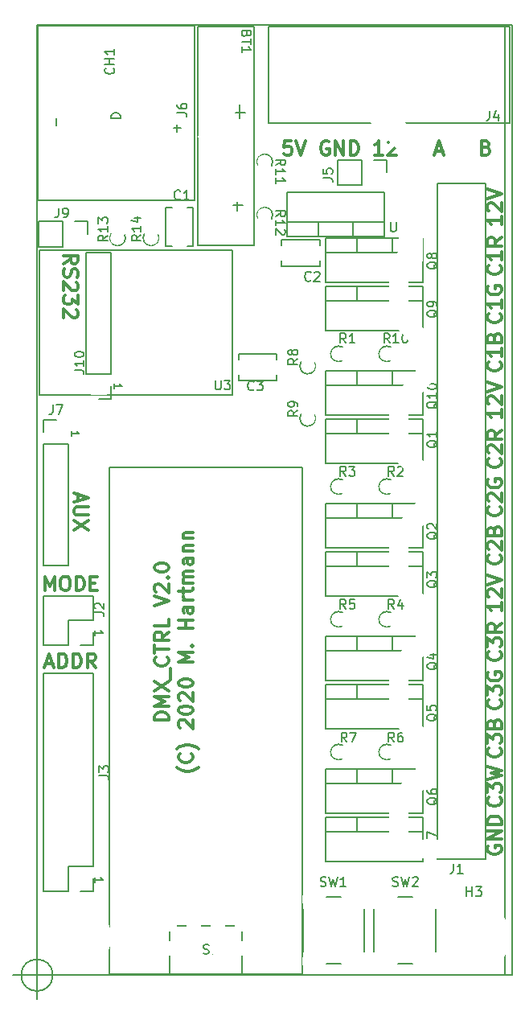
<source format=gbr>
%TF.GenerationSoftware,KiCad,Pcbnew,(5.99.0-1450-gc67d5d7f2)*%
%TF.CreationDate,2020-04-28T18:22:32-07:00*%
%TF.ProjectId,DMX_CTRL,444d585f-4354-4524-9c2e-6b696361645f,rev?*%
%TF.SameCoordinates,PX4c4b400PY8f0d180*%
%TF.FileFunction,Legend,Top*%
%TF.FilePolarity,Positive*%
%FSLAX46Y46*%
G04 Gerber Fmt 4.6, Leading zero omitted, Abs format (unit mm)*
G04 Created by KiCad (PCBNEW (5.99.0-1450-gc67d5d7f2)) date 2020-04-28 18:22:32*
%MOMM*%
%LPD*%
G01*
G04 APERTURE LIST*
%ADD10C,0.150000*%
%ADD11C,0.200000*%
%ADD12C,0.300000*%
%TA.AperFunction,Profile*%
%ADD13C,0.150000*%
%TD*%
%ADD14C,1.626000*%
%ADD15O,2.007000X2.102000*%
%ADD16C,5.102000*%
%ADD17C,2.102000*%
%ADD18O,1.502000X1.502000*%
%ADD19C,1.502000*%
%ADD20C,7.602000*%
%ADD21C,2.642000*%
%ADD22C,1.702000*%
%ADD23O,1.802000X1.802000*%
G04 APERTURE END LIST*
D10*
X6138095Y9771429D02*
X6138095Y10228572D01*
X6138095Y10000000D02*
X6938095Y10000000D01*
X6823809Y10076191D01*
X6747619Y10152381D01*
X6709523Y10228572D01*
X6138095Y35771429D02*
X6138095Y36228572D01*
X6138095Y36000000D02*
X6938095Y36000000D01*
X6823809Y36076191D01*
X6747619Y36152381D01*
X6709523Y36228572D01*
X3638095Y56771429D02*
X3638095Y57228572D01*
X3638095Y57000000D02*
X4438095Y57000000D01*
X4323809Y57076191D01*
X4247619Y57152381D01*
X4209523Y57228572D01*
X8138095Y61771429D02*
X8138095Y62228572D01*
X8138095Y62000000D02*
X8938095Y62000000D01*
X8823809Y62076191D01*
X8747619Y62152381D01*
X8709523Y62228572D01*
D11*
X49276000Y99822000D02*
X49276000Y0D01*
D12*
X26794285Y87821429D02*
X26079999Y87821429D01*
X26008571Y87107143D01*
X26079999Y87178572D01*
X26222857Y87250000D01*
X26579999Y87250000D01*
X26722857Y87178572D01*
X26794285Y87107143D01*
X26865714Y86964286D01*
X26865714Y86607143D01*
X26794285Y86464286D01*
X26722857Y86392858D01*
X26579999Y86321429D01*
X26222857Y86321429D01*
X26079999Y86392858D01*
X26008571Y86464286D01*
X27294285Y87821429D02*
X27794285Y86321429D01*
X28294285Y87821429D01*
X30722857Y87750000D02*
X30579999Y87821429D01*
X30365714Y87821429D01*
X30151428Y87750000D01*
X30008571Y87607143D01*
X29937142Y87464286D01*
X29865714Y87178572D01*
X29865714Y86964286D01*
X29937142Y86678572D01*
X30008571Y86535715D01*
X30151428Y86392858D01*
X30365714Y86321429D01*
X30508571Y86321429D01*
X30722857Y86392858D01*
X30794285Y86464286D01*
X30794285Y86964286D01*
X30508571Y86964286D01*
X31437142Y86321429D02*
X31437142Y87821429D01*
X32294285Y86321429D01*
X32294285Y87821429D01*
X33008571Y86321429D02*
X33008571Y87821429D01*
X33365714Y87821429D01*
X33579999Y87750000D01*
X33722857Y87607143D01*
X33794285Y87464286D01*
X33865714Y87178572D01*
X33865714Y86964286D01*
X33794285Y86678572D01*
X33722857Y86535715D01*
X33579999Y86392858D01*
X33365714Y86321429D01*
X33008571Y86321429D01*
X36437142Y86321429D02*
X35579999Y86321429D01*
X36008571Y86321429D02*
X36008571Y87821429D01*
X35865714Y87607143D01*
X35722857Y87464286D01*
X35579999Y87392858D01*
X37008571Y87678572D02*
X37079999Y87750000D01*
X37222857Y87821429D01*
X37579999Y87821429D01*
X37722857Y87750000D01*
X37794285Y87678572D01*
X37865714Y87535715D01*
X37865714Y87392858D01*
X37794285Y87178572D01*
X36937142Y86321429D01*
X37865714Y86321429D01*
X38294285Y87821429D02*
X38794285Y86321429D01*
X39294285Y87821429D01*
X42008571Y86750000D02*
X42722857Y86750000D01*
X41865714Y86321429D02*
X42365714Y87821429D01*
X42865714Y86321429D01*
X47294285Y87107143D02*
X47508571Y87035715D01*
X47579999Y86964286D01*
X47651428Y86821429D01*
X47651428Y86607143D01*
X47579999Y86464286D01*
X47508571Y86392858D01*
X47365714Y86321429D01*
X46794285Y86321429D01*
X46794285Y87821429D01*
X47294285Y87821429D01*
X47437142Y87750000D01*
X47508571Y87678572D01*
X47579999Y87535715D01*
X47579999Y87392858D01*
X47508571Y87250000D01*
X47437142Y87178572D01*
X47294285Y87107143D01*
X46794285Y87107143D01*
X2821428Y74892858D02*
X3535714Y75392858D01*
X2821428Y75750000D02*
X4321428Y75750000D01*
X4321428Y75178572D01*
X4250000Y75035715D01*
X4178571Y74964286D01*
X4035714Y74892858D01*
X3821428Y74892858D01*
X3678571Y74964286D01*
X3607142Y75035715D01*
X3535714Y75178572D01*
X3535714Y75750000D01*
X2892857Y74321429D02*
X2821428Y74107143D01*
X2821428Y73750000D01*
X2892857Y73607143D01*
X2964285Y73535715D01*
X3107142Y73464286D01*
X3250000Y73464286D01*
X3392857Y73535715D01*
X3464285Y73607143D01*
X3535714Y73750000D01*
X3607142Y74035715D01*
X3678571Y74178572D01*
X3750000Y74250000D01*
X3892857Y74321429D01*
X4035714Y74321429D01*
X4178571Y74250000D01*
X4250000Y74178572D01*
X4321428Y74035715D01*
X4321428Y73678572D01*
X4250000Y73464286D01*
X4178571Y72892858D02*
X4250000Y72821429D01*
X4321428Y72678572D01*
X4321428Y72321429D01*
X4250000Y72178572D01*
X4178571Y72107143D01*
X4035714Y72035715D01*
X3892857Y72035715D01*
X3678571Y72107143D01*
X2821428Y72964286D01*
X2821428Y72035715D01*
X4321428Y71535715D02*
X4321428Y70607143D01*
X3750000Y71107143D01*
X3750000Y70892858D01*
X3678571Y70750000D01*
X3607142Y70678572D01*
X3464285Y70607143D01*
X3107142Y70607143D01*
X2964285Y70678572D01*
X2892857Y70750000D01*
X2821428Y70892858D01*
X2821428Y71321429D01*
X2892857Y71464286D01*
X2964285Y71535715D01*
X4178571Y70035715D02*
X4250000Y69964286D01*
X4321428Y69821429D01*
X4321428Y69464286D01*
X4250000Y69321429D01*
X4178571Y69250000D01*
X4035714Y69178572D01*
X3892857Y69178572D01*
X3678571Y69250000D01*
X2821428Y70107143D01*
X2821428Y69178572D01*
X4322000Y50625143D02*
X4322000Y49910858D01*
X3893428Y50768000D02*
X5393428Y50268000D01*
X3893428Y49768000D01*
X5393428Y49268000D02*
X4179142Y49268000D01*
X4036285Y49196572D01*
X3964857Y49125143D01*
X3893428Y48982286D01*
X3893428Y48696572D01*
X3964857Y48553715D01*
X4036285Y48482286D01*
X4179142Y48410858D01*
X5393428Y48410858D01*
X5393428Y47839429D02*
X3893428Y46839429D01*
X5393428Y46839429D02*
X3893428Y47839429D01*
X48795714Y18704858D02*
X48867142Y18633429D01*
X48938571Y18419143D01*
X48938571Y18276286D01*
X48867142Y18062000D01*
X48724285Y17919143D01*
X48581428Y17847715D01*
X48295714Y17776286D01*
X48081428Y17776286D01*
X47795714Y17847715D01*
X47652857Y17919143D01*
X47510000Y18062000D01*
X47438571Y18276286D01*
X47438571Y18419143D01*
X47510000Y18633429D01*
X47581428Y18704858D01*
X47438571Y19204858D02*
X47438571Y20133429D01*
X48010000Y19633429D01*
X48010000Y19847715D01*
X48081428Y19990572D01*
X48152857Y20062000D01*
X48295714Y20133429D01*
X48652857Y20133429D01*
X48795714Y20062000D01*
X48867142Y19990572D01*
X48938571Y19847715D01*
X48938571Y19419143D01*
X48867142Y19276286D01*
X48795714Y19204858D01*
X47438571Y20633429D02*
X48938571Y20990572D01*
X47867142Y21276286D01*
X48938571Y21562000D01*
X47438571Y21919143D01*
X48795714Y23892000D02*
X48867142Y23820572D01*
X48938571Y23606286D01*
X48938571Y23463429D01*
X48867142Y23249143D01*
X48724285Y23106286D01*
X48581428Y23034858D01*
X48295714Y22963429D01*
X48081428Y22963429D01*
X47795714Y23034858D01*
X47652857Y23106286D01*
X47510000Y23249143D01*
X47438571Y23463429D01*
X47438571Y23606286D01*
X47510000Y23820572D01*
X47581428Y23892000D01*
X47438571Y24392000D02*
X47438571Y25320572D01*
X48010000Y24820572D01*
X48010000Y25034858D01*
X48081428Y25177715D01*
X48152857Y25249143D01*
X48295714Y25320572D01*
X48652857Y25320572D01*
X48795714Y25249143D01*
X48867142Y25177715D01*
X48938571Y25034858D01*
X48938571Y24606286D01*
X48867142Y24463429D01*
X48795714Y24392000D01*
X48152857Y26463429D02*
X48224285Y26677715D01*
X48295714Y26749143D01*
X48438571Y26820572D01*
X48652857Y26820572D01*
X48795714Y26749143D01*
X48867142Y26677715D01*
X48938571Y26534858D01*
X48938571Y25963429D01*
X47438571Y25963429D01*
X47438571Y26463429D01*
X47510000Y26606286D01*
X47581428Y26677715D01*
X47724285Y26749143D01*
X47867142Y26749143D01*
X48010000Y26677715D01*
X48081428Y26606286D01*
X48152857Y26463429D01*
X48152857Y25963429D01*
X48795714Y28972000D02*
X48867142Y28900572D01*
X48938571Y28686286D01*
X48938571Y28543429D01*
X48867142Y28329143D01*
X48724285Y28186286D01*
X48581428Y28114858D01*
X48295714Y28043429D01*
X48081428Y28043429D01*
X47795714Y28114858D01*
X47652857Y28186286D01*
X47510000Y28329143D01*
X47438571Y28543429D01*
X47438571Y28686286D01*
X47510000Y28900572D01*
X47581428Y28972000D01*
X47438571Y29472000D02*
X47438571Y30400572D01*
X48010000Y29900572D01*
X48010000Y30114858D01*
X48081428Y30257715D01*
X48152857Y30329143D01*
X48295714Y30400572D01*
X48652857Y30400572D01*
X48795714Y30329143D01*
X48867142Y30257715D01*
X48938571Y30114858D01*
X48938571Y29686286D01*
X48867142Y29543429D01*
X48795714Y29472000D01*
X47510000Y31829143D02*
X47438571Y31686286D01*
X47438571Y31472000D01*
X47510000Y31257715D01*
X47652857Y31114858D01*
X47795714Y31043429D01*
X48081428Y30972000D01*
X48295714Y30972000D01*
X48581428Y31043429D01*
X48724285Y31114858D01*
X48867142Y31257715D01*
X48938571Y31472000D01*
X48938571Y31614858D01*
X48867142Y31829143D01*
X48795714Y31900572D01*
X48295714Y31900572D01*
X48295714Y31614858D01*
X48795714Y34052000D02*
X48867142Y33980572D01*
X48938571Y33766286D01*
X48938571Y33623429D01*
X48867142Y33409143D01*
X48724285Y33266286D01*
X48581428Y33194858D01*
X48295714Y33123429D01*
X48081428Y33123429D01*
X47795714Y33194858D01*
X47652857Y33266286D01*
X47510000Y33409143D01*
X47438571Y33623429D01*
X47438571Y33766286D01*
X47510000Y33980572D01*
X47581428Y34052000D01*
X47438571Y34552000D02*
X47438571Y35480572D01*
X48010000Y34980572D01*
X48010000Y35194858D01*
X48081428Y35337715D01*
X48152857Y35409143D01*
X48295714Y35480572D01*
X48652857Y35480572D01*
X48795714Y35409143D01*
X48867142Y35337715D01*
X48938571Y35194858D01*
X48938571Y34766286D01*
X48867142Y34623429D01*
X48795714Y34552000D01*
X48938571Y36980572D02*
X48224285Y36480572D01*
X48938571Y36123429D02*
X47438571Y36123429D01*
X47438571Y36694858D01*
X47510000Y36837715D01*
X47581428Y36909143D01*
X47724285Y36980572D01*
X47938571Y36980572D01*
X48081428Y36909143D01*
X48152857Y36837715D01*
X48224285Y36694858D01*
X48224285Y36123429D01*
X47510000Y13589143D02*
X47438571Y13446286D01*
X47438571Y13232000D01*
X47510000Y13017715D01*
X47652857Y12874858D01*
X47795714Y12803429D01*
X48081428Y12732000D01*
X48295714Y12732000D01*
X48581428Y12803429D01*
X48724285Y12874858D01*
X48867142Y13017715D01*
X48938571Y13232000D01*
X48938571Y13374858D01*
X48867142Y13589143D01*
X48795714Y13660572D01*
X48295714Y13660572D01*
X48295714Y13374858D01*
X48938571Y14303429D02*
X47438571Y14303429D01*
X48938571Y15160572D01*
X47438571Y15160572D01*
X48938571Y15874858D02*
X47438571Y15874858D01*
X47438571Y16232000D01*
X47510000Y16446286D01*
X47652857Y16589143D01*
X47795714Y16660572D01*
X48081428Y16732000D01*
X48295714Y16732000D01*
X48581428Y16660572D01*
X48724285Y16589143D01*
X48867142Y16446286D01*
X48938571Y16232000D01*
X48938571Y15874858D01*
X48938571Y39203429D02*
X48938571Y38346286D01*
X48938571Y38774858D02*
X47438571Y38774858D01*
X47652857Y38632000D01*
X47795714Y38489143D01*
X47867142Y38346286D01*
X47581428Y39774858D02*
X47510000Y39846286D01*
X47438571Y39989143D01*
X47438571Y40346286D01*
X47510000Y40489143D01*
X47581428Y40560572D01*
X47724285Y40632000D01*
X47867142Y40632000D01*
X48081428Y40560572D01*
X48938571Y39703429D01*
X48938571Y40632000D01*
X47438571Y41060572D02*
X48938571Y41560572D01*
X47438571Y42060572D01*
X48795714Y44212000D02*
X48867142Y44140572D01*
X48938571Y43926286D01*
X48938571Y43783429D01*
X48867142Y43569143D01*
X48724285Y43426286D01*
X48581428Y43354858D01*
X48295714Y43283429D01*
X48081428Y43283429D01*
X47795714Y43354858D01*
X47652857Y43426286D01*
X47510000Y43569143D01*
X47438571Y43783429D01*
X47438571Y43926286D01*
X47510000Y44140572D01*
X47581428Y44212000D01*
X47581428Y44783429D02*
X47510000Y44854858D01*
X47438571Y44997715D01*
X47438571Y45354858D01*
X47510000Y45497715D01*
X47581428Y45569143D01*
X47724285Y45640572D01*
X47867142Y45640572D01*
X48081428Y45569143D01*
X48938571Y44712000D01*
X48938571Y45640572D01*
X48152857Y46783429D02*
X48224285Y46997715D01*
X48295714Y47069143D01*
X48438571Y47140572D01*
X48652857Y47140572D01*
X48795714Y47069143D01*
X48867142Y46997715D01*
X48938571Y46854858D01*
X48938571Y46283429D01*
X47438571Y46283429D01*
X47438571Y46783429D01*
X47510000Y46926286D01*
X47581428Y46997715D01*
X47724285Y47069143D01*
X47867142Y47069143D01*
X48010000Y46997715D01*
X48081428Y46926286D01*
X48152857Y46783429D01*
X48152857Y46283429D01*
X48795714Y49292000D02*
X48867142Y49220572D01*
X48938571Y49006286D01*
X48938571Y48863429D01*
X48867142Y48649143D01*
X48724285Y48506286D01*
X48581428Y48434858D01*
X48295714Y48363429D01*
X48081428Y48363429D01*
X47795714Y48434858D01*
X47652857Y48506286D01*
X47510000Y48649143D01*
X47438571Y48863429D01*
X47438571Y49006286D01*
X47510000Y49220572D01*
X47581428Y49292000D01*
X47581428Y49863429D02*
X47510000Y49934858D01*
X47438571Y50077715D01*
X47438571Y50434858D01*
X47510000Y50577715D01*
X47581428Y50649143D01*
X47724285Y50720572D01*
X47867142Y50720572D01*
X48081428Y50649143D01*
X48938571Y49792000D01*
X48938571Y50720572D01*
X47510000Y52149143D02*
X47438571Y52006286D01*
X47438571Y51792000D01*
X47510000Y51577715D01*
X47652857Y51434858D01*
X47795714Y51363429D01*
X48081428Y51292000D01*
X48295714Y51292000D01*
X48581428Y51363429D01*
X48724285Y51434858D01*
X48867142Y51577715D01*
X48938571Y51792000D01*
X48938571Y51934858D01*
X48867142Y52149143D01*
X48795714Y52220572D01*
X48295714Y52220572D01*
X48295714Y51934858D01*
X48795714Y54372000D02*
X48867142Y54300572D01*
X48938571Y54086286D01*
X48938571Y53943429D01*
X48867142Y53729143D01*
X48724285Y53586286D01*
X48581428Y53514858D01*
X48295714Y53443429D01*
X48081428Y53443429D01*
X47795714Y53514858D01*
X47652857Y53586286D01*
X47510000Y53729143D01*
X47438571Y53943429D01*
X47438571Y54086286D01*
X47510000Y54300572D01*
X47581428Y54372000D01*
X47581428Y54943429D02*
X47510000Y55014858D01*
X47438571Y55157715D01*
X47438571Y55514858D01*
X47510000Y55657715D01*
X47581428Y55729143D01*
X47724285Y55800572D01*
X47867142Y55800572D01*
X48081428Y55729143D01*
X48938571Y54872000D01*
X48938571Y55800572D01*
X48938571Y57300572D02*
X48224285Y56800572D01*
X48938571Y56443429D02*
X47438571Y56443429D01*
X47438571Y57014858D01*
X47510000Y57157715D01*
X47581428Y57229143D01*
X47724285Y57300572D01*
X47938571Y57300572D01*
X48081428Y57229143D01*
X48152857Y57157715D01*
X48224285Y57014858D01*
X48224285Y56443429D01*
X48938571Y59523429D02*
X48938571Y58666286D01*
X48938571Y59094858D02*
X47438571Y59094858D01*
X47652857Y58952000D01*
X47795714Y58809143D01*
X47867142Y58666286D01*
X47581428Y60094858D02*
X47510000Y60166286D01*
X47438571Y60309143D01*
X47438571Y60666286D01*
X47510000Y60809143D01*
X47581428Y60880572D01*
X47724285Y60952000D01*
X47867142Y60952000D01*
X48081428Y60880572D01*
X48938571Y60023429D01*
X48938571Y60952000D01*
X47438571Y61380572D02*
X48938571Y61880572D01*
X47438571Y62380572D01*
X48795714Y64532000D02*
X48867142Y64460572D01*
X48938571Y64246286D01*
X48938571Y64103429D01*
X48867142Y63889143D01*
X48724285Y63746286D01*
X48581428Y63674858D01*
X48295714Y63603429D01*
X48081428Y63603429D01*
X47795714Y63674858D01*
X47652857Y63746286D01*
X47510000Y63889143D01*
X47438571Y64103429D01*
X47438571Y64246286D01*
X47510000Y64460572D01*
X47581428Y64532000D01*
X48938571Y65960572D02*
X48938571Y65103429D01*
X48938571Y65532000D02*
X47438571Y65532000D01*
X47652857Y65389143D01*
X47795714Y65246286D01*
X47867142Y65103429D01*
X48152857Y67103429D02*
X48224285Y67317715D01*
X48295714Y67389143D01*
X48438571Y67460572D01*
X48652857Y67460572D01*
X48795714Y67389143D01*
X48867142Y67317715D01*
X48938571Y67174858D01*
X48938571Y66603429D01*
X47438571Y66603429D01*
X47438571Y67103429D01*
X47510000Y67246286D01*
X47581428Y67317715D01*
X47724285Y67389143D01*
X47867142Y67389143D01*
X48010000Y67317715D01*
X48081428Y67246286D01*
X48152857Y67103429D01*
X48152857Y66603429D01*
X48795714Y69612000D02*
X48867142Y69540572D01*
X48938571Y69326286D01*
X48938571Y69183429D01*
X48867142Y68969143D01*
X48724285Y68826286D01*
X48581428Y68754858D01*
X48295714Y68683429D01*
X48081428Y68683429D01*
X47795714Y68754858D01*
X47652857Y68826286D01*
X47510000Y68969143D01*
X47438571Y69183429D01*
X47438571Y69326286D01*
X47510000Y69540572D01*
X47581428Y69612000D01*
X48938571Y71040572D02*
X48938571Y70183429D01*
X48938571Y70612000D02*
X47438571Y70612000D01*
X47652857Y70469143D01*
X47795714Y70326286D01*
X47867142Y70183429D01*
X47510000Y72469143D02*
X47438571Y72326286D01*
X47438571Y72112000D01*
X47510000Y71897715D01*
X47652857Y71754858D01*
X47795714Y71683429D01*
X48081428Y71612000D01*
X48295714Y71612000D01*
X48581428Y71683429D01*
X48724285Y71754858D01*
X48867142Y71897715D01*
X48938571Y72112000D01*
X48938571Y72254858D01*
X48867142Y72469143D01*
X48795714Y72540572D01*
X48295714Y72540572D01*
X48295714Y72254858D01*
X48795714Y74692000D02*
X48867142Y74620572D01*
X48938571Y74406286D01*
X48938571Y74263429D01*
X48867142Y74049143D01*
X48724285Y73906286D01*
X48581428Y73834858D01*
X48295714Y73763429D01*
X48081428Y73763429D01*
X47795714Y73834858D01*
X47652857Y73906286D01*
X47510000Y74049143D01*
X47438571Y74263429D01*
X47438571Y74406286D01*
X47510000Y74620572D01*
X47581428Y74692000D01*
X48938571Y76120572D02*
X48938571Y75263429D01*
X48938571Y75692000D02*
X47438571Y75692000D01*
X47652857Y75549143D01*
X47795714Y75406286D01*
X47867142Y75263429D01*
X48938571Y77620572D02*
X48224285Y77120572D01*
X48938571Y76763429D02*
X47438571Y76763429D01*
X47438571Y77334858D01*
X47510000Y77477715D01*
X47581428Y77549143D01*
X47724285Y77620572D01*
X47938571Y77620572D01*
X48081428Y77549143D01*
X48152857Y77477715D01*
X48224285Y77334858D01*
X48224285Y76763429D01*
X48938571Y79843429D02*
X48938571Y78986286D01*
X48938571Y79414858D02*
X47438571Y79414858D01*
X47652857Y79272000D01*
X47795714Y79129143D01*
X47867142Y78986286D01*
X47581428Y80414858D02*
X47510000Y80486286D01*
X47438571Y80629143D01*
X47438571Y80986286D01*
X47510000Y81129143D01*
X47581428Y81200572D01*
X47724285Y81272000D01*
X47867142Y81272000D01*
X48081428Y81200572D01*
X48938571Y80343429D01*
X48938571Y81272000D01*
X47438571Y81700572D02*
X48938571Y82200572D01*
X47438571Y82700572D01*
X841714Y40469429D02*
X841714Y41969429D01*
X1341714Y40898000D01*
X1841714Y41969429D01*
X1841714Y40469429D01*
X2841714Y41969429D02*
X3127428Y41969429D01*
X3270285Y41898000D01*
X3413142Y41755143D01*
X3484571Y41469429D01*
X3484571Y40969429D01*
X3413142Y40683715D01*
X3270285Y40540858D01*
X3127428Y40469429D01*
X2841714Y40469429D01*
X2698857Y40540858D01*
X2556000Y40683715D01*
X2484571Y40969429D01*
X2484571Y41469429D01*
X2556000Y41755143D01*
X2698857Y41898000D01*
X2841714Y41969429D01*
X4127428Y40469429D02*
X4127428Y41969429D01*
X4484571Y41969429D01*
X4698857Y41898000D01*
X4841714Y41755143D01*
X4913142Y41612286D01*
X4984571Y41326572D01*
X4984571Y41112286D01*
X4913142Y40826572D01*
X4841714Y40683715D01*
X4698857Y40540858D01*
X4484571Y40469429D01*
X4127428Y40469429D01*
X5627428Y41255143D02*
X6127428Y41255143D01*
X6341714Y40469429D02*
X5627428Y40469429D01*
X5627428Y41969429D01*
X6341714Y41969429D01*
X948857Y32770000D02*
X1663142Y32770000D01*
X806000Y32341429D02*
X1306000Y33841429D01*
X1806000Y32341429D01*
X2306000Y32341429D02*
X2306000Y33841429D01*
X2663142Y33841429D01*
X2877428Y33770000D01*
X3020285Y33627143D01*
X3091714Y33484286D01*
X3163142Y33198572D01*
X3163142Y32984286D01*
X3091714Y32698572D01*
X3020285Y32555715D01*
X2877428Y32412858D01*
X2663142Y32341429D01*
X2306000Y32341429D01*
X3806000Y32341429D02*
X3806000Y33841429D01*
X4163142Y33841429D01*
X4377428Y33770000D01*
X4520285Y33627143D01*
X4591714Y33484286D01*
X4663142Y33198572D01*
X4663142Y32984286D01*
X4591714Y32698572D01*
X4520285Y32555715D01*
X4377428Y32412858D01*
X4163142Y32341429D01*
X3806000Y32341429D01*
X6163142Y32341429D02*
X5663142Y33055715D01*
X5306000Y32341429D02*
X5306000Y33841429D01*
X5877428Y33841429D01*
X6020285Y33770000D01*
X6091714Y33698572D01*
X6163142Y33555715D01*
X6163142Y33341429D01*
X6091714Y33198572D01*
X6020285Y33127143D01*
X5877428Y33055715D01*
X5306000Y33055715D01*
X16998000Y21893143D02*
X16926571Y21821715D01*
X16712285Y21678858D01*
X16569428Y21607429D01*
X16355142Y21536000D01*
X15998000Y21464572D01*
X15712285Y21464572D01*
X15355142Y21536000D01*
X15140857Y21607429D01*
X14998000Y21678858D01*
X14783714Y21821715D01*
X14712285Y21893143D01*
X16283714Y23321715D02*
X16355142Y23250286D01*
X16426571Y23036000D01*
X16426571Y22893143D01*
X16355142Y22678858D01*
X16212285Y22536000D01*
X16069428Y22464572D01*
X15783714Y22393143D01*
X15569428Y22393143D01*
X15283714Y22464572D01*
X15140857Y22536000D01*
X14998000Y22678858D01*
X14926571Y22893143D01*
X14926571Y23036000D01*
X14998000Y23250286D01*
X15069428Y23321715D01*
X16998000Y23821715D02*
X16926571Y23893143D01*
X16712285Y24036000D01*
X16569428Y24107429D01*
X16355142Y24178858D01*
X15998000Y24250286D01*
X15712285Y24250286D01*
X15355142Y24178858D01*
X15140857Y24107429D01*
X14998000Y24036000D01*
X14783714Y23893143D01*
X14712285Y23821715D01*
X15069428Y26036000D02*
X14998000Y26107429D01*
X14926571Y26250286D01*
X14926571Y26607429D01*
X14998000Y26750286D01*
X15069428Y26821715D01*
X15212285Y26893143D01*
X15355142Y26893143D01*
X15569428Y26821715D01*
X16426571Y25964572D01*
X16426571Y26893143D01*
X14926571Y27821715D02*
X14926571Y27964572D01*
X14998000Y28107429D01*
X15069428Y28178858D01*
X15212285Y28250286D01*
X15498000Y28321715D01*
X15855142Y28321715D01*
X16140857Y28250286D01*
X16283714Y28178858D01*
X16355142Y28107429D01*
X16426571Y27964572D01*
X16426571Y27821715D01*
X16355142Y27678858D01*
X16283714Y27607429D01*
X16140857Y27536000D01*
X15855142Y27464572D01*
X15498000Y27464572D01*
X15212285Y27536000D01*
X15069428Y27607429D01*
X14998000Y27678858D01*
X14926571Y27821715D01*
X15069428Y28893143D02*
X14998000Y28964572D01*
X14926571Y29107429D01*
X14926571Y29464572D01*
X14998000Y29607429D01*
X15069428Y29678858D01*
X15212285Y29750286D01*
X15355142Y29750286D01*
X15569428Y29678858D01*
X16426571Y28821715D01*
X16426571Y29750286D01*
X14926571Y30678858D02*
X14926571Y30821715D01*
X14998000Y30964572D01*
X15069428Y31036000D01*
X15212285Y31107429D01*
X15498000Y31178858D01*
X15855142Y31178858D01*
X16140857Y31107429D01*
X16283714Y31036000D01*
X16355142Y30964572D01*
X16426571Y30821715D01*
X16426571Y30678858D01*
X16355142Y30536000D01*
X16283714Y30464572D01*
X16140857Y30393143D01*
X15855142Y30321715D01*
X15498000Y30321715D01*
X15212285Y30393143D01*
X15069428Y30464572D01*
X14998000Y30536000D01*
X14926571Y30678858D01*
X16426571Y32964572D02*
X14926571Y32964572D01*
X15998000Y33464572D01*
X14926571Y33964572D01*
X16426571Y33964572D01*
X16283714Y34678858D02*
X16355142Y34750286D01*
X16426571Y34678858D01*
X16355142Y34607429D01*
X16283714Y34678858D01*
X16426571Y34678858D01*
X16426571Y36536000D02*
X14926571Y36536000D01*
X15640857Y36536000D02*
X15640857Y37393143D01*
X16426571Y37393143D02*
X14926571Y37393143D01*
X16426571Y38750286D02*
X15640857Y38750286D01*
X15498000Y38678858D01*
X15426571Y38536000D01*
X15426571Y38250286D01*
X15498000Y38107429D01*
X16355142Y38750286D02*
X16426571Y38607429D01*
X16426571Y38250286D01*
X16355142Y38107429D01*
X16212285Y38036000D01*
X16069428Y38036000D01*
X15926571Y38107429D01*
X15855142Y38250286D01*
X15855142Y38607429D01*
X15783714Y38750286D01*
X16426571Y39464572D02*
X15426571Y39464572D01*
X15712285Y39464572D02*
X15569428Y39536000D01*
X15498000Y39607429D01*
X15426571Y39750286D01*
X15426571Y39893143D01*
X15426571Y40178858D02*
X15426571Y40750286D01*
X14926571Y40393143D02*
X16212285Y40393143D01*
X16355142Y40464572D01*
X16426571Y40607429D01*
X16426571Y40750286D01*
X16426571Y41250286D02*
X15426571Y41250286D01*
X15569428Y41250286D02*
X15498000Y41321715D01*
X15426571Y41464572D01*
X15426571Y41678858D01*
X15498000Y41821715D01*
X15640857Y41893143D01*
X16426571Y41893143D01*
X15640857Y41893143D02*
X15498000Y41964572D01*
X15426571Y42107429D01*
X15426571Y42321715D01*
X15498000Y42464572D01*
X15640857Y42536000D01*
X16426571Y42536000D01*
X16426571Y43893143D02*
X15640857Y43893143D01*
X15498000Y43821715D01*
X15426571Y43678858D01*
X15426571Y43393143D01*
X15498000Y43250286D01*
X16355142Y43893143D02*
X16426571Y43750286D01*
X16426571Y43393143D01*
X16355142Y43250286D01*
X16212285Y43178858D01*
X16069428Y43178858D01*
X15926571Y43250286D01*
X15855142Y43393143D01*
X15855142Y43750286D01*
X15783714Y43893143D01*
X15426571Y44607429D02*
X16426571Y44607429D01*
X15569428Y44607429D02*
X15498000Y44678858D01*
X15426571Y44821715D01*
X15426571Y45036000D01*
X15498000Y45178858D01*
X15640857Y45250286D01*
X16426571Y45250286D01*
X15426571Y45964572D02*
X16426571Y45964572D01*
X15569428Y45964572D02*
X15498000Y46036000D01*
X15426571Y46178858D01*
X15426571Y46393143D01*
X15498000Y46536000D01*
X15640857Y46607429D01*
X16426571Y46607429D01*
X13886571Y26837715D02*
X12386571Y26837715D01*
X12386571Y27194858D01*
X12458000Y27409143D01*
X12600857Y27552000D01*
X12743714Y27623429D01*
X13029428Y27694858D01*
X13243714Y27694858D01*
X13529428Y27623429D01*
X13672285Y27552000D01*
X13815142Y27409143D01*
X13886571Y27194858D01*
X13886571Y26837715D01*
X13886571Y28337715D02*
X12386571Y28337715D01*
X13458000Y28837715D01*
X12386571Y29337715D01*
X13886571Y29337715D01*
X12386571Y29909143D02*
X13886571Y30909143D01*
X12386571Y30909143D02*
X13886571Y29909143D01*
X14029428Y31123429D02*
X14029428Y32266286D01*
X13743714Y33480572D02*
X13815142Y33409143D01*
X13886571Y33194858D01*
X13886571Y33052000D01*
X13815142Y32837715D01*
X13672285Y32694858D01*
X13529428Y32623429D01*
X13243714Y32552000D01*
X13029428Y32552000D01*
X12743714Y32623429D01*
X12600857Y32694858D01*
X12458000Y32837715D01*
X12386571Y33052000D01*
X12386571Y33194858D01*
X12458000Y33409143D01*
X12529428Y33480572D01*
X12386571Y33909143D02*
X12386571Y34766286D01*
X13886571Y34337715D02*
X12386571Y34337715D01*
X13886571Y36123429D02*
X13172285Y35623429D01*
X13886571Y35266286D02*
X12386571Y35266286D01*
X12386571Y35837715D01*
X12458000Y35980572D01*
X12529428Y36052000D01*
X12672285Y36123429D01*
X12886571Y36123429D01*
X13029428Y36052000D01*
X13100857Y35980572D01*
X13172285Y35837715D01*
X13172285Y35266286D01*
X13886571Y37480572D02*
X13886571Y36766286D01*
X12386571Y36766286D01*
X12386571Y38909143D02*
X13886571Y39409143D01*
X12386571Y39909143D01*
X12529428Y40337715D02*
X12458000Y40409143D01*
X12386571Y40552000D01*
X12386571Y40909143D01*
X12458000Y41052000D01*
X12529428Y41123429D01*
X12672285Y41194858D01*
X12815142Y41194858D01*
X13029428Y41123429D01*
X13886571Y40266286D01*
X13886571Y41194858D01*
X13743714Y41837715D02*
X13815142Y41909143D01*
X13886571Y41837715D01*
X13815142Y41766286D01*
X13743714Y41837715D01*
X13886571Y41837715D01*
X12386571Y42837715D02*
X12386571Y42980572D01*
X12458000Y43123429D01*
X12529428Y43194858D01*
X12672285Y43266286D01*
X12958000Y43337715D01*
X13315142Y43337715D01*
X13600857Y43266286D01*
X13743714Y43194858D01*
X13815142Y43123429D01*
X13886571Y42980572D01*
X13886571Y42837715D01*
X13815142Y42694858D01*
X13743714Y42623429D01*
X13600857Y42552000D01*
X13315142Y42480572D01*
X12958000Y42480572D01*
X12672285Y42552000D01*
X12529428Y42623429D01*
X12458000Y42694858D01*
X12386571Y42837715D01*
D13*
X1666666Y0D02*
G75*
G03*
X1666666Y0I-1666666J0D01*
G01*
X-2500000Y0D02*
X2500000Y0D01*
X0Y2500000D02*
X0Y-2500000D01*
X0Y100000000D02*
X0Y0D01*
X50000000Y100000000D02*
X0Y100000000D01*
X50000000Y0D02*
X50000000Y100000000D01*
X0Y0D02*
X50000000Y0D01*
D10*
X27950000Y140000D02*
X7630000Y140000D01*
X7630000Y140000D02*
X7630000Y53480000D01*
X7630000Y53480000D02*
X27950000Y53480000D01*
X27950000Y53480000D02*
X27950000Y140000D01*
X21600000Y140000D02*
X21600000Y5220000D01*
X21600000Y5220000D02*
X13980000Y5220000D01*
X13980000Y5220000D02*
X13980000Y140000D01*
X29609000Y77730000D02*
X29609000Y79240000D01*
X33310000Y77730000D02*
X33310000Y79240000D01*
X36580000Y79240000D02*
X26340000Y79240000D01*
X26340000Y77730000D02*
X26340000Y82371000D01*
X36580000Y77730000D02*
X36580000Y82371000D01*
X36580000Y82371000D02*
X26340000Y82371000D01*
X36580000Y77730000D02*
X26340000Y77730000D01*
X37411000Y16605000D02*
X37411000Y15095000D01*
X33710000Y16605000D02*
X33710000Y15095000D01*
X30440000Y15095000D02*
X40680000Y15095000D01*
X40680000Y16605000D02*
X40680000Y11964000D01*
X30440000Y16605000D02*
X30440000Y11964000D01*
X30440000Y11964000D02*
X40680000Y11964000D01*
X30440000Y16605000D02*
X40680000Y16605000D01*
X37411000Y21685000D02*
X37411000Y20175000D01*
X33710000Y21685000D02*
X33710000Y20175000D01*
X30440000Y20175000D02*
X40680000Y20175000D01*
X40680000Y21685000D02*
X40680000Y17044000D01*
X30440000Y21685000D02*
X30440000Y17044000D01*
X30440000Y17044000D02*
X40680000Y17044000D01*
X30440000Y21685000D02*
X40680000Y21685000D01*
X37411000Y30575000D02*
X37411000Y29065000D01*
X33710000Y30575000D02*
X33710000Y29065000D01*
X30440000Y29065000D02*
X40680000Y29065000D01*
X40680000Y30575000D02*
X40680000Y25934000D01*
X30440000Y30575000D02*
X30440000Y25934000D01*
X30440000Y25934000D02*
X40680000Y25934000D01*
X30440000Y30575000D02*
X40680000Y30575000D01*
X37411000Y35655000D02*
X37411000Y34145000D01*
X33710000Y35655000D02*
X33710000Y34145000D01*
X30440000Y34145000D02*
X40680000Y34145000D01*
X40680000Y35655000D02*
X40680000Y31014000D01*
X30440000Y35655000D02*
X30440000Y31014000D01*
X30440000Y31014000D02*
X40680000Y31014000D01*
X30440000Y35655000D02*
X40680000Y35655000D01*
X37411000Y44545000D02*
X37411000Y43035000D01*
X33710000Y44545000D02*
X33710000Y43035000D01*
X30440000Y43035000D02*
X40680000Y43035000D01*
X40680000Y44545000D02*
X40680000Y39904000D01*
X30440000Y44545000D02*
X30440000Y39904000D01*
X30440000Y39904000D02*
X40680000Y39904000D01*
X30440000Y44545000D02*
X40680000Y44545000D01*
X37411000Y49625000D02*
X37411000Y48115000D01*
X33710000Y49625000D02*
X33710000Y48115000D01*
X30440000Y48115000D02*
X40680000Y48115000D01*
X40680000Y49625000D02*
X40680000Y44984000D01*
X30440000Y49625000D02*
X30440000Y44984000D01*
X30440000Y44984000D02*
X40680000Y44984000D01*
X30440000Y49625000D02*
X40680000Y49625000D01*
X37411000Y63595000D02*
X37411000Y62085000D01*
X33710000Y63595000D02*
X33710000Y62085000D01*
X30440000Y62085000D02*
X40680000Y62085000D01*
X40680000Y63595000D02*
X40680000Y58954000D01*
X30440000Y63595000D02*
X30440000Y58954000D01*
X30440000Y58954000D02*
X40680000Y58954000D01*
X30440000Y63595000D02*
X40680000Y63595000D01*
X37411000Y58515000D02*
X37411000Y57005000D01*
X33710000Y58515000D02*
X33710000Y57005000D01*
X30440000Y57005000D02*
X40680000Y57005000D01*
X40680000Y58515000D02*
X40680000Y53874000D01*
X30440000Y58515000D02*
X30440000Y53874000D01*
X30440000Y53874000D02*
X40680000Y53874000D01*
X30440000Y58515000D02*
X40680000Y58515000D01*
X37411000Y72485000D02*
X37411000Y70975000D01*
X33710000Y72485000D02*
X33710000Y70975000D01*
X30440000Y70975000D02*
X40680000Y70975000D01*
X40680000Y72485000D02*
X40680000Y67844000D01*
X30440000Y72485000D02*
X30440000Y67844000D01*
X30440000Y67844000D02*
X40680000Y67844000D01*
X30440000Y72485000D02*
X40680000Y72485000D01*
X37411000Y77565000D02*
X37411000Y76055000D01*
X33710000Y77565000D02*
X33710000Y76055000D01*
X30440000Y76055000D02*
X40680000Y76055000D01*
X40680000Y77565000D02*
X40680000Y72924000D01*
X30440000Y77565000D02*
X30440000Y72924000D01*
X30440000Y72924000D02*
X40680000Y72924000D01*
X30440000Y77565000D02*
X40680000Y77565000D01*
X16590000Y81555000D02*
X80000Y81555000D01*
X16590000Y99970000D02*
X16590000Y81555000D01*
X80000Y99970000D02*
X16590000Y99970000D01*
X80000Y81555000D02*
X80000Y99970000D01*
X35500000Y7000000D02*
X35500000Y2500000D01*
X39500000Y8250000D02*
X38000000Y8250000D01*
X42000000Y2500000D02*
X42000000Y7000000D01*
X38000000Y1250000D02*
X39500000Y1250000D01*
X12749359Y77920095D02*
G75*
G02*
X11300000Y78017133I-749359J-320095D01*
G01*
X9249359Y77920095D02*
G75*
G02*
X7800000Y78017133I-749359J-320095D01*
G01*
X20580000Y61070000D02*
X20580000Y76310000D01*
X20580000Y76310000D02*
X260000Y76310000D01*
X260000Y61070000D02*
X20580000Y61070000D01*
X260000Y61070000D02*
X260000Y76310000D01*
X23250641Y85279905D02*
G75*
G02*
X24700000Y85182867I749359J320095D01*
G01*
X21900000Y90818000D02*
X20900000Y90818000D01*
X21300000Y91618000D02*
X21300000Y90218000D01*
X21700000Y81018000D02*
X20700000Y81018000D01*
X21100000Y80418000D02*
X21100000Y81418000D01*
X22900000Y76818000D02*
X22900000Y99818000D01*
X16900000Y76818000D02*
X22900000Y76818000D01*
X16900000Y99818000D02*
X16900000Y76818000D01*
X22900000Y99818000D02*
X16900000Y99818000D01*
X15795000Y80770000D02*
X16420000Y80770000D01*
X13580000Y80770000D02*
X14205000Y80770000D01*
X15795000Y76730000D02*
X16420000Y76730000D01*
X13580000Y76730000D02*
X14205000Y76730000D01*
X16420000Y76730000D02*
X16420000Y80770000D01*
X13580000Y76730000D02*
X13580000Y80770000D01*
X29770000Y74580000D02*
X25730000Y74580000D01*
X29770000Y77420000D02*
X25730000Y77420000D01*
X29770000Y74580000D02*
X29770000Y75205000D01*
X29770000Y76795000D02*
X29770000Y77420000D01*
X25730000Y74580000D02*
X25730000Y75205000D01*
X25730000Y76795000D02*
X25730000Y77420000D01*
X21230000Y64795000D02*
X21230000Y65420000D01*
X21230000Y62580000D02*
X21230000Y63205000D01*
X25270000Y64795000D02*
X25270000Y65420000D01*
X25270000Y62580000D02*
X25270000Y63205000D01*
X25270000Y65420000D02*
X21230000Y65420000D01*
X25270000Y62580000D02*
X21230000Y62580000D01*
X5902000Y34738000D02*
X4572000Y34738000D01*
X5902000Y36068000D02*
X5902000Y34738000D01*
X3302000Y34738000D02*
X702000Y34738000D01*
X3302000Y37338000D02*
X3302000Y34738000D01*
X5902000Y37338000D02*
X3302000Y37338000D01*
X702000Y34738000D02*
X702000Y39938000D01*
X5902000Y37338000D02*
X5902000Y39938000D01*
X5902000Y39938000D02*
X702000Y39938000D01*
X5902000Y8830000D02*
X4572000Y8830000D01*
X5902000Y10160000D02*
X5902000Y8830000D01*
X3302000Y8830000D02*
X702000Y8830000D01*
X3302000Y11430000D02*
X3302000Y8830000D01*
X5902000Y11430000D02*
X3302000Y11430000D01*
X702000Y8830000D02*
X702000Y31810000D01*
X5902000Y11430000D02*
X5902000Y31810000D01*
X5902000Y31810000D02*
X702000Y31810000D01*
X31630000Y85830000D02*
X31630000Y83170000D01*
X34230000Y85830000D02*
X31630000Y85830000D01*
X34230000Y83170000D02*
X31630000Y83170000D01*
X34230000Y85830000D02*
X34230000Y83170000D01*
X35500000Y85830000D02*
X36830000Y85830000D01*
X36830000Y85830000D02*
X36830000Y84500000D01*
X670000Y58480000D02*
X2000000Y58480000D01*
X670000Y57150000D02*
X670000Y58480000D01*
X670000Y55880000D02*
X3330000Y55880000D01*
X3330000Y55880000D02*
X3330000Y43120000D01*
X670000Y55880000D02*
X670000Y43120000D01*
X670000Y43120000D02*
X3330000Y43120000D01*
X5330000Y79330000D02*
X5330000Y78000000D01*
X4000000Y79330000D02*
X5330000Y79330000D01*
X2730000Y79330000D02*
X2730000Y76670000D01*
X2730000Y76670000D02*
X130000Y76670000D01*
X2730000Y79330000D02*
X130000Y79330000D01*
X130000Y79330000D02*
X130000Y76670000D01*
X7830000Y76030000D02*
X5170000Y76030000D01*
X7830000Y63270000D02*
X7830000Y76030000D01*
X5170000Y63270000D02*
X5170000Y76030000D01*
X7830000Y63270000D02*
X5170000Y63270000D01*
X7830000Y62000000D02*
X7830000Y60670000D01*
X7830000Y60670000D02*
X6500000Y60670000D01*
X32070095Y64655641D02*
G75*
G02*
X32167133Y66105000I-320095J749359D01*
G01*
X37150095Y50685641D02*
G75*
G02*
X37247133Y52135000I-320095J749359D01*
G01*
X32070095Y50685641D02*
G75*
G02*
X32167133Y52135000I-320095J749359D01*
G01*
X37150095Y36715641D02*
G75*
G02*
X37247133Y38165000I-320095J749359D01*
G01*
X32070095Y36715641D02*
G75*
G02*
X32167133Y38165000I-320095J749359D01*
G01*
X37150095Y22745641D02*
G75*
G02*
X37247133Y24195000I-320095J749359D01*
G01*
X32070095Y22745641D02*
G75*
G02*
X32167133Y24195000I-320095J749359D01*
G01*
X29249359Y64420095D02*
G75*
G02*
X27800000Y64517133I-749359J-320095D01*
G01*
X29249359Y58920095D02*
G75*
G02*
X27800000Y59017133I-749359J-320095D01*
G01*
X37150095Y64655641D02*
G75*
G02*
X37247133Y66105000I-320095J749359D01*
G01*
X23250641Y79679905D02*
G75*
G02*
X24700000Y79582867I749359J320095D01*
G01*
X32000000Y8250000D02*
X30500000Y8250000D01*
X28000000Y7000000D02*
X28000000Y2500000D01*
X30500000Y1250000D02*
X32000000Y1250000D01*
X34500000Y2500000D02*
X34500000Y7000000D01*
X42164000Y12192000D02*
X42164000Y83312000D01*
X47244000Y12192000D02*
X42164000Y12192000D01*
X47244000Y83312000D02*
X47244000Y12192000D01*
X42164000Y83312000D02*
X47244000Y83312000D01*
X49784000Y89662000D02*
X24384000Y89662000D01*
X49784000Y99822000D02*
X49784000Y89662000D01*
X24384000Y99822000D02*
X49784000Y99822000D01*
X24384000Y89662000D02*
X24384000Y99822000D01*
X16528095Y3227620D02*
X16528095Y2418096D01*
X16575714Y2322858D01*
X16623333Y2275239D01*
X16718571Y2227620D01*
X16909047Y2227620D01*
X17004285Y2275239D01*
X17051904Y2322858D01*
X17099523Y2418096D01*
X17099523Y3227620D01*
X17528095Y2275239D02*
X17670952Y2227620D01*
X17909047Y2227620D01*
X18004285Y2275239D01*
X18051904Y2322858D01*
X18099523Y2418096D01*
X18099523Y2513334D01*
X18051904Y2608572D01*
X18004285Y2656191D01*
X17909047Y2703810D01*
X17718571Y2751429D01*
X17623333Y2799048D01*
X17575714Y2846667D01*
X17528095Y2941905D01*
X17528095Y3037143D01*
X17575714Y3132381D01*
X17623333Y3180000D01*
X17718571Y3227620D01*
X17956666Y3227620D01*
X18099523Y3180000D01*
X18861428Y2751429D02*
X19004285Y2703810D01*
X19051904Y2656191D01*
X19099523Y2560953D01*
X19099523Y2418096D01*
X19051904Y2322858D01*
X19004285Y2275239D01*
X18909047Y2227620D01*
X18528095Y2227620D01*
X18528095Y3227620D01*
X18861428Y3227620D01*
X18956666Y3180000D01*
X19004285Y3132381D01*
X19051904Y3037143D01*
X19051904Y2941905D01*
X19004285Y2846667D01*
X18956666Y2799048D01*
X18861428Y2751429D01*
X18528095Y2751429D01*
X37238095Y79261620D02*
X37238095Y78452096D01*
X37285714Y78356858D01*
X37333333Y78309239D01*
X37428571Y78261620D01*
X37619047Y78261620D01*
X37714285Y78309239D01*
X37761904Y78356858D01*
X37809523Y78452096D01*
X37809523Y79261620D01*
X38238095Y79166381D02*
X38285714Y79214000D01*
X38380952Y79261620D01*
X38619047Y79261620D01*
X38714285Y79214000D01*
X38761904Y79166381D01*
X38809523Y79071143D01*
X38809523Y78975905D01*
X38761904Y78833048D01*
X38190476Y78261620D01*
X38809523Y78261620D01*
X42203619Y14128762D02*
X42156000Y14033524D01*
X42060761Y13938286D01*
X41917904Y13795429D01*
X41870285Y13700191D01*
X41870285Y13604953D01*
X42108380Y13652572D02*
X42060761Y13557334D01*
X41965523Y13462096D01*
X41775047Y13414477D01*
X41441714Y13414477D01*
X41251238Y13462096D01*
X41156000Y13557334D01*
X41108380Y13652572D01*
X41108380Y13843048D01*
X41156000Y13938286D01*
X41251238Y14033524D01*
X41441714Y14081143D01*
X41775047Y14081143D01*
X41965523Y14033524D01*
X42060761Y13938286D01*
X42108380Y13843048D01*
X42108380Y13652572D01*
X41108380Y14414477D02*
X41108380Y15081143D01*
X42108380Y14652572D01*
X42203619Y18700762D02*
X42156000Y18605524D01*
X42060761Y18510286D01*
X41917904Y18367429D01*
X41870285Y18272191D01*
X41870285Y18176953D01*
X42108380Y18224572D02*
X42060761Y18129334D01*
X41965523Y18034096D01*
X41775047Y17986477D01*
X41441714Y17986477D01*
X41251238Y18034096D01*
X41156000Y18129334D01*
X41108380Y18224572D01*
X41108380Y18415048D01*
X41156000Y18510286D01*
X41251238Y18605524D01*
X41441714Y18653143D01*
X41775047Y18653143D01*
X41965523Y18605524D01*
X42060761Y18510286D01*
X42108380Y18415048D01*
X42108380Y18224572D01*
X41108380Y19510286D02*
X41108380Y19319810D01*
X41156000Y19224572D01*
X41203619Y19176953D01*
X41346476Y19081715D01*
X41536952Y19034096D01*
X41917904Y19034096D01*
X42013142Y19081715D01*
X42060761Y19129334D01*
X42108380Y19224572D01*
X42108380Y19415048D01*
X42060761Y19510286D01*
X42013142Y19557905D01*
X41917904Y19605524D01*
X41679809Y19605524D01*
X41584571Y19557905D01*
X41536952Y19510286D01*
X41489333Y19415048D01*
X41489333Y19224572D01*
X41536952Y19129334D01*
X41584571Y19081715D01*
X41679809Y19034096D01*
X42147619Y27504762D02*
X42100000Y27409524D01*
X42004761Y27314286D01*
X41861904Y27171429D01*
X41814285Y27076191D01*
X41814285Y26980953D01*
X42052380Y27028572D02*
X42004761Y26933334D01*
X41909523Y26838096D01*
X41719047Y26790477D01*
X41385714Y26790477D01*
X41195238Y26838096D01*
X41100000Y26933334D01*
X41052380Y27028572D01*
X41052380Y27219048D01*
X41100000Y27314286D01*
X41195238Y27409524D01*
X41385714Y27457143D01*
X41719047Y27457143D01*
X41909523Y27409524D01*
X42004761Y27314286D01*
X42052380Y27219048D01*
X42052380Y27028572D01*
X41052380Y28361905D02*
X41052380Y27885715D01*
X41528571Y27838096D01*
X41480952Y27885715D01*
X41433333Y27980953D01*
X41433333Y28219048D01*
X41480952Y28314286D01*
X41528571Y28361905D01*
X41623809Y28409524D01*
X41861904Y28409524D01*
X41957142Y28361905D01*
X42004761Y28314286D01*
X42052380Y28219048D01*
X42052380Y27980953D01*
X42004761Y27885715D01*
X41957142Y27838096D01*
X42203619Y32924762D02*
X42156000Y32829524D01*
X42060761Y32734286D01*
X41917904Y32591429D01*
X41870285Y32496191D01*
X41870285Y32400953D01*
X42108380Y32448572D02*
X42060761Y32353334D01*
X41965523Y32258096D01*
X41775047Y32210477D01*
X41441714Y32210477D01*
X41251238Y32258096D01*
X41156000Y32353334D01*
X41108380Y32448572D01*
X41108380Y32639048D01*
X41156000Y32734286D01*
X41251238Y32829524D01*
X41441714Y32877143D01*
X41775047Y32877143D01*
X41965523Y32829524D01*
X42060761Y32734286D01*
X42108380Y32639048D01*
X42108380Y32448572D01*
X41441714Y33734286D02*
X42108380Y33734286D01*
X41060761Y33496191D02*
X41775047Y33258096D01*
X41775047Y33877143D01*
X42203619Y41560762D02*
X42156000Y41465524D01*
X42060761Y41370286D01*
X41917904Y41227429D01*
X41870285Y41132191D01*
X41870285Y41036953D01*
X42108380Y41084572D02*
X42060761Y40989334D01*
X41965523Y40894096D01*
X41775047Y40846477D01*
X41441714Y40846477D01*
X41251238Y40894096D01*
X41156000Y40989334D01*
X41108380Y41084572D01*
X41108380Y41275048D01*
X41156000Y41370286D01*
X41251238Y41465524D01*
X41441714Y41513143D01*
X41775047Y41513143D01*
X41965523Y41465524D01*
X42060761Y41370286D01*
X42108380Y41275048D01*
X42108380Y41084572D01*
X41108380Y41846477D02*
X41108380Y42465524D01*
X41489333Y42132191D01*
X41489333Y42275048D01*
X41536952Y42370286D01*
X41584571Y42417905D01*
X41679809Y42465524D01*
X41917904Y42465524D01*
X42013142Y42417905D01*
X42060761Y42370286D01*
X42108380Y42275048D01*
X42108380Y41989334D01*
X42060761Y41894096D01*
X42013142Y41846477D01*
X42203619Y46640762D02*
X42156000Y46545524D01*
X42060761Y46450286D01*
X41917904Y46307429D01*
X41870285Y46212191D01*
X41870285Y46116953D01*
X42108380Y46164572D02*
X42060761Y46069334D01*
X41965523Y45974096D01*
X41775047Y45926477D01*
X41441714Y45926477D01*
X41251238Y45974096D01*
X41156000Y46069334D01*
X41108380Y46164572D01*
X41108380Y46355048D01*
X41156000Y46450286D01*
X41251238Y46545524D01*
X41441714Y46593143D01*
X41775047Y46593143D01*
X41965523Y46545524D01*
X42060761Y46450286D01*
X42108380Y46355048D01*
X42108380Y46164572D01*
X41203619Y46974096D02*
X41156000Y47021715D01*
X41108380Y47116953D01*
X41108380Y47355048D01*
X41156000Y47450286D01*
X41203619Y47497905D01*
X41298857Y47545524D01*
X41394095Y47545524D01*
X41536952Y47497905D01*
X42108380Y46926477D01*
X42108380Y47545524D01*
X42203619Y60388572D02*
X42156000Y60293334D01*
X42060761Y60198096D01*
X41917904Y60055239D01*
X41870285Y59960000D01*
X41870285Y59864762D01*
X42108380Y59912381D02*
X42060761Y59817143D01*
X41965523Y59721905D01*
X41775047Y59674286D01*
X41441714Y59674286D01*
X41251238Y59721905D01*
X41156000Y59817143D01*
X41108380Y59912381D01*
X41108380Y60102858D01*
X41156000Y60198096D01*
X41251238Y60293334D01*
X41441714Y60340953D01*
X41775047Y60340953D01*
X41965523Y60293334D01*
X42060761Y60198096D01*
X42108380Y60102858D01*
X42108380Y59912381D01*
X42108380Y61293334D02*
X42108380Y60721905D01*
X42108380Y61007620D02*
X41108380Y61007620D01*
X41251238Y60912381D01*
X41346476Y60817143D01*
X41394095Y60721905D01*
X41108380Y61912381D02*
X41108380Y62007620D01*
X41156000Y62102858D01*
X41203619Y62150477D01*
X41298857Y62198096D01*
X41489333Y62245715D01*
X41727428Y62245715D01*
X41917904Y62198096D01*
X42013142Y62150477D01*
X42060761Y62102858D01*
X42108380Y62007620D01*
X42108380Y61912381D01*
X42060761Y61817143D01*
X42013142Y61769524D01*
X41917904Y61721905D01*
X41727428Y61674286D01*
X41489333Y61674286D01*
X41298857Y61721905D01*
X41203619Y61769524D01*
X41156000Y61817143D01*
X41108380Y61912381D01*
X42203619Y56292762D02*
X42156000Y56197524D01*
X42060761Y56102286D01*
X41917904Y55959429D01*
X41870285Y55864191D01*
X41870285Y55768953D01*
X42108380Y55816572D02*
X42060761Y55721334D01*
X41965523Y55626096D01*
X41775047Y55578477D01*
X41441714Y55578477D01*
X41251238Y55626096D01*
X41156000Y55721334D01*
X41108380Y55816572D01*
X41108380Y56007048D01*
X41156000Y56102286D01*
X41251238Y56197524D01*
X41441714Y56245143D01*
X41775047Y56245143D01*
X41965523Y56197524D01*
X42060761Y56102286D01*
X42108380Y56007048D01*
X42108380Y55816572D01*
X42108380Y57197524D02*
X42108380Y56626096D01*
X42108380Y56911810D02*
X41108380Y56911810D01*
X41251238Y56816572D01*
X41346476Y56721334D01*
X41394095Y56626096D01*
X42203619Y70008762D02*
X42156000Y69913524D01*
X42060761Y69818286D01*
X41917904Y69675429D01*
X41870285Y69580191D01*
X41870285Y69484953D01*
X42108380Y69532572D02*
X42060761Y69437334D01*
X41965523Y69342096D01*
X41775047Y69294477D01*
X41441714Y69294477D01*
X41251238Y69342096D01*
X41156000Y69437334D01*
X41108380Y69532572D01*
X41108380Y69723048D01*
X41156000Y69818286D01*
X41251238Y69913524D01*
X41441714Y69961143D01*
X41775047Y69961143D01*
X41965523Y69913524D01*
X42060761Y69818286D01*
X42108380Y69723048D01*
X42108380Y69532572D01*
X42108380Y70437334D02*
X42108380Y70627810D01*
X42060761Y70723048D01*
X42013142Y70770667D01*
X41870285Y70865905D01*
X41679809Y70913524D01*
X41298857Y70913524D01*
X41203619Y70865905D01*
X41156000Y70818286D01*
X41108380Y70723048D01*
X41108380Y70532572D01*
X41156000Y70437334D01*
X41203619Y70389715D01*
X41298857Y70342096D01*
X41536952Y70342096D01*
X41632190Y70389715D01*
X41679809Y70437334D01*
X41727428Y70532572D01*
X41727428Y70723048D01*
X41679809Y70818286D01*
X41632190Y70865905D01*
X41536952Y70913524D01*
X42203619Y75088762D02*
X42156000Y74993524D01*
X42060761Y74898286D01*
X41917904Y74755429D01*
X41870285Y74660191D01*
X41870285Y74564953D01*
X42108380Y74612572D02*
X42060761Y74517334D01*
X41965523Y74422096D01*
X41775047Y74374477D01*
X41441714Y74374477D01*
X41251238Y74422096D01*
X41156000Y74517334D01*
X41108380Y74612572D01*
X41108380Y74803048D01*
X41156000Y74898286D01*
X41251238Y74993524D01*
X41441714Y75041143D01*
X41775047Y75041143D01*
X41965523Y74993524D01*
X42060761Y74898286D01*
X42108380Y74803048D01*
X42108380Y74612572D01*
X41536952Y75612572D02*
X41489333Y75517334D01*
X41441714Y75469715D01*
X41346476Y75422096D01*
X41298857Y75422096D01*
X41203619Y75469715D01*
X41156000Y75517334D01*
X41108380Y75612572D01*
X41108380Y75803048D01*
X41156000Y75898286D01*
X41203619Y75945905D01*
X41298857Y75993524D01*
X41346476Y75993524D01*
X41441714Y75945905D01*
X41489333Y75898286D01*
X41536952Y75803048D01*
X41536952Y75612572D01*
X41584571Y75517334D01*
X41632190Y75469715D01*
X41727428Y75422096D01*
X41917904Y75422096D01*
X42013142Y75469715D01*
X42060761Y75517334D01*
X42108380Y75612572D01*
X42108380Y75803048D01*
X42060761Y75898286D01*
X42013142Y75945905D01*
X41917904Y75993524D01*
X41727428Y75993524D01*
X41632190Y75945905D01*
X41584571Y75898286D01*
X41536952Y75803048D01*
X14772380Y90746667D02*
X15486666Y90746667D01*
X15629523Y90699048D01*
X15724761Y90603810D01*
X15772380Y90460953D01*
X15772380Y90365715D01*
X14772380Y91651429D02*
X14772380Y91460953D01*
X14820000Y91365715D01*
X14867619Y91318096D01*
X15010476Y91222858D01*
X15200952Y91175239D01*
X15581904Y91175239D01*
X15677142Y91222858D01*
X15724761Y91270477D01*
X15772380Y91365715D01*
X15772380Y91556191D01*
X15724761Y91651429D01*
X15677142Y91699048D01*
X15581904Y91746667D01*
X15343809Y91746667D01*
X15248571Y91699048D01*
X15200952Y91651429D01*
X15153333Y91556191D01*
X15153333Y91365715D01*
X15200952Y91270477D01*
X15248571Y91222858D01*
X15343809Y91175239D01*
X8057142Y95469524D02*
X8104761Y95421905D01*
X8152380Y95279048D01*
X8152380Y95183810D01*
X8104761Y95040953D01*
X8009523Y94945715D01*
X7914285Y94898096D01*
X7723809Y94850477D01*
X7580952Y94850477D01*
X7390476Y94898096D01*
X7295238Y94945715D01*
X7200000Y95040953D01*
X7152380Y95183810D01*
X7152380Y95279048D01*
X7200000Y95421905D01*
X7247619Y95469524D01*
X8152380Y95898096D02*
X7152380Y95898096D01*
X7628571Y95898096D02*
X7628571Y96469524D01*
X8152380Y96469524D02*
X7152380Y96469524D01*
X8152380Y97469524D02*
X8152380Y96898096D01*
X8152380Y97183810D02*
X7152380Y97183810D01*
X7295238Y97088572D01*
X7390476Y96993334D01*
X7438095Y96898096D01*
X8787380Y90183096D02*
X7787380Y90183096D01*
X7787380Y90421191D01*
X7835000Y90564048D01*
X7930238Y90659286D01*
X8025476Y90706905D01*
X8215952Y90754524D01*
X8358809Y90754524D01*
X8549285Y90706905D01*
X8644523Y90659286D01*
X8739761Y90564048D01*
X8787380Y90421191D01*
X8787380Y90183096D01*
X14756428Y88794048D02*
X14756428Y89555953D01*
X15137380Y89175000D02*
X14375476Y89175000D01*
X2056428Y89429048D02*
X2056428Y90190953D01*
X37466666Y9395239D02*
X37609523Y9347620D01*
X37847619Y9347620D01*
X37942857Y9395239D01*
X37990476Y9442858D01*
X38038095Y9538096D01*
X38038095Y9633334D01*
X37990476Y9728572D01*
X37942857Y9776191D01*
X37847619Y9823810D01*
X37657142Y9871429D01*
X37561904Y9919048D01*
X37514285Y9966667D01*
X37466666Y10061905D01*
X37466666Y10157143D01*
X37514285Y10252381D01*
X37561904Y10300000D01*
X37657142Y10347620D01*
X37895238Y10347620D01*
X38038095Y10300000D01*
X38371428Y10347620D02*
X38609523Y9347620D01*
X38800000Y10061905D01*
X38990476Y9347620D01*
X39228571Y10347620D01*
X39561904Y10252381D02*
X39609523Y10300000D01*
X39704761Y10347620D01*
X39942857Y10347620D01*
X40038095Y10300000D01*
X40085714Y10252381D01*
X40133333Y10157143D01*
X40133333Y10061905D01*
X40085714Y9919048D01*
X39514285Y9347620D01*
X40133333Y9347620D01*
X10952380Y77907143D02*
X10476190Y77573810D01*
X10952380Y77335715D02*
X9952380Y77335715D01*
X9952380Y77716667D01*
X10000000Y77811905D01*
X10047619Y77859524D01*
X10142857Y77907143D01*
X10285714Y77907143D01*
X10380952Y77859524D01*
X10428571Y77811905D01*
X10476190Y77716667D01*
X10476190Y77335715D01*
X10952380Y78859524D02*
X10952380Y78288096D01*
X10952380Y78573810D02*
X9952380Y78573810D01*
X10095238Y78478572D01*
X10190476Y78383334D01*
X10238095Y78288096D01*
X10285714Y79716667D02*
X10952380Y79716667D01*
X9904761Y79478572D02*
X10619047Y79240477D01*
X10619047Y79859524D01*
X7452380Y77857143D02*
X6976190Y77523810D01*
X7452380Y77285715D02*
X6452380Y77285715D01*
X6452380Y77666667D01*
X6500000Y77761905D01*
X6547619Y77809524D01*
X6642857Y77857143D01*
X6785714Y77857143D01*
X6880952Y77809524D01*
X6928571Y77761905D01*
X6976190Y77666667D01*
X6976190Y77285715D01*
X7452380Y78809524D02*
X7452380Y78238096D01*
X7452380Y78523810D02*
X6452380Y78523810D01*
X6595238Y78428572D01*
X6690476Y78333334D01*
X6738095Y78238096D01*
X6452380Y79142858D02*
X6452380Y79761905D01*
X6833333Y79428572D01*
X6833333Y79571429D01*
X6880952Y79666667D01*
X6928571Y79714286D01*
X7023809Y79761905D01*
X7261904Y79761905D01*
X7357142Y79714286D01*
X7404761Y79666667D01*
X7452380Y79571429D01*
X7452380Y79285715D01*
X7404761Y79190477D01*
X7357142Y79142858D01*
X45238095Y8297620D02*
X45238095Y9297620D01*
X45238095Y8821429D02*
X45809523Y8821429D01*
X45809523Y8297620D02*
X45809523Y9297620D01*
X46190476Y9297620D02*
X46809523Y9297620D01*
X46476190Y8916667D01*
X46619047Y8916667D01*
X46714285Y8869048D01*
X46761904Y8821429D01*
X46809523Y8726191D01*
X46809523Y8488096D01*
X46761904Y8392858D01*
X46714285Y8345239D01*
X46619047Y8297620D01*
X46333333Y8297620D01*
X46238095Y8345239D01*
X46190476Y8392858D01*
X18792095Y62620620D02*
X18792095Y61811096D01*
X18839714Y61715858D01*
X18887333Y61668239D01*
X18982571Y61620620D01*
X19173047Y61620620D01*
X19268285Y61668239D01*
X19315904Y61715858D01*
X19363523Y61811096D01*
X19363523Y62620620D01*
X19744476Y62620620D02*
X20363523Y62620620D01*
X20030190Y62239667D01*
X20173047Y62239667D01*
X20268285Y62192048D01*
X20315904Y62144429D01*
X20363523Y62049191D01*
X20363523Y61811096D01*
X20315904Y61715858D01*
X20268285Y61668239D01*
X20173047Y61620620D01*
X19887333Y61620620D01*
X19792095Y61668239D01*
X19744476Y61715858D01*
X25147619Y85242858D02*
X25623809Y85576191D01*
X25147619Y85814286D02*
X26147619Y85814286D01*
X26147619Y85433334D01*
X26100000Y85338096D01*
X26052380Y85290477D01*
X25957142Y85242858D01*
X25814285Y85242858D01*
X25719047Y85290477D01*
X25671428Y85338096D01*
X25623809Y85433334D01*
X25623809Y85814286D01*
X25147619Y84290477D02*
X25147619Y84861905D01*
X25147619Y84576191D02*
X26147619Y84576191D01*
X26004761Y84671429D01*
X25909523Y84766667D01*
X25861904Y84861905D01*
X25147619Y83338096D02*
X25147619Y83909524D01*
X25147619Y83623810D02*
X26147619Y83623810D01*
X26004761Y83719048D01*
X25909523Y83814286D01*
X25861904Y83909524D01*
X22079428Y99083715D02*
X22031809Y98940858D01*
X21984190Y98893239D01*
X21888952Y98845620D01*
X21746095Y98845620D01*
X21650857Y98893239D01*
X21603238Y98940858D01*
X21555619Y99036096D01*
X21555619Y99417048D01*
X22555619Y99417048D01*
X22555619Y99083715D01*
X22508000Y98988477D01*
X22460380Y98940858D01*
X22365142Y98893239D01*
X22269904Y98893239D01*
X22174666Y98940858D01*
X22127047Y98988477D01*
X22079428Y99083715D01*
X22079428Y99417048D01*
X22555619Y98559905D02*
X22555619Y97988477D01*
X21555619Y98274191D02*
X22555619Y98274191D01*
X21555619Y97131334D02*
X21555619Y97702762D01*
X21555619Y97417048D02*
X22555619Y97417048D01*
X22412761Y97512286D01*
X22317523Y97607524D01*
X22269904Y97702762D01*
X15087333Y81714858D02*
X15039714Y81667239D01*
X14896857Y81619620D01*
X14801619Y81619620D01*
X14658761Y81667239D01*
X14563523Y81762477D01*
X14515904Y81857715D01*
X14468285Y82048191D01*
X14468285Y82191048D01*
X14515904Y82381524D01*
X14563523Y82476762D01*
X14658761Y82572000D01*
X14801619Y82619620D01*
X14896857Y82619620D01*
X15039714Y82572000D01*
X15087333Y82524381D01*
X16039714Y81619620D02*
X15468285Y81619620D01*
X15754000Y81619620D02*
X15754000Y82619620D01*
X15658761Y82476762D01*
X15563523Y82381524D01*
X15468285Y82333905D01*
X28833333Y73142858D02*
X28785714Y73095239D01*
X28642857Y73047620D01*
X28547619Y73047620D01*
X28404761Y73095239D01*
X28309523Y73190477D01*
X28261904Y73285715D01*
X28214285Y73476191D01*
X28214285Y73619048D01*
X28261904Y73809524D01*
X28309523Y73904762D01*
X28404761Y74000000D01*
X28547619Y74047620D01*
X28642857Y74047620D01*
X28785714Y74000000D01*
X28833333Y73952381D01*
X29214285Y73952381D02*
X29261904Y74000000D01*
X29357142Y74047620D01*
X29595238Y74047620D01*
X29690476Y74000000D01*
X29738095Y73952381D01*
X29785714Y73857143D01*
X29785714Y73761905D01*
X29738095Y73619048D01*
X29166666Y73047620D01*
X29785714Y73047620D01*
X22833333Y61642858D02*
X22785714Y61595239D01*
X22642857Y61547620D01*
X22547619Y61547620D01*
X22404761Y61595239D01*
X22309523Y61690477D01*
X22261904Y61785715D01*
X22214285Y61976191D01*
X22214285Y62119048D01*
X22261904Y62309524D01*
X22309523Y62404762D01*
X22404761Y62500000D01*
X22547619Y62547620D01*
X22642857Y62547620D01*
X22785714Y62500000D01*
X22833333Y62452381D01*
X23166666Y62547620D02*
X23785714Y62547620D01*
X23452380Y62166667D01*
X23595238Y62166667D01*
X23690476Y62119048D01*
X23738095Y62071429D01*
X23785714Y61976191D01*
X23785714Y61738096D01*
X23738095Y61642858D01*
X23690476Y61595239D01*
X23595238Y61547620D01*
X23309523Y61547620D01*
X23214285Y61595239D01*
X23166666Y61642858D01*
X6056380Y38166667D02*
X6770666Y38166667D01*
X6913523Y38119048D01*
X7008761Y38023810D01*
X7056380Y37880953D01*
X7056380Y37785715D01*
X6151619Y38595239D02*
X6104000Y38642858D01*
X6056380Y38738096D01*
X6056380Y38976191D01*
X6104000Y39071429D01*
X6151619Y39119048D01*
X6246857Y39166667D01*
X6342095Y39166667D01*
X6484952Y39119048D01*
X7056380Y38547620D01*
X7056380Y39166667D01*
X6564380Y21002667D02*
X7278666Y21002667D01*
X7421523Y20955048D01*
X7516761Y20859810D01*
X7564380Y20716953D01*
X7564380Y20621715D01*
X6564380Y21383620D02*
X6564380Y22002667D01*
X6945333Y21669334D01*
X6945333Y21812191D01*
X6992952Y21907429D01*
X7040571Y21955048D01*
X7135809Y22002667D01*
X7373904Y22002667D01*
X7469142Y21955048D01*
X7516761Y21907429D01*
X7564380Y21812191D01*
X7564380Y21526477D01*
X7516761Y21431239D01*
X7469142Y21383620D01*
X30126380Y83912667D02*
X30840666Y83912667D01*
X30983523Y83865048D01*
X31078761Y83769810D01*
X31126380Y83626953D01*
X31126380Y83531715D01*
X30126380Y84865048D02*
X30126380Y84388858D01*
X30602571Y84341239D01*
X30554952Y84388858D01*
X30507333Y84484096D01*
X30507333Y84722191D01*
X30554952Y84817429D01*
X30602571Y84865048D01*
X30697809Y84912667D01*
X30935904Y84912667D01*
X31031142Y84865048D01*
X31078761Y84817429D01*
X31126380Y84722191D01*
X31126380Y84484096D01*
X31078761Y84388858D01*
X31031142Y84341239D01*
X1666666Y60027620D02*
X1666666Y59313334D01*
X1619047Y59170477D01*
X1523809Y59075239D01*
X1380952Y59027620D01*
X1285714Y59027620D01*
X2047619Y60027620D02*
X2714285Y60027620D01*
X2285714Y59027620D01*
X2266666Y80747620D02*
X2266666Y80033334D01*
X2219047Y79890477D01*
X2123809Y79795239D01*
X1980952Y79747620D01*
X1885714Y79747620D01*
X2790476Y79747620D02*
X2980952Y79747620D01*
X3076190Y79795239D01*
X3123809Y79842858D01*
X3219047Y79985715D01*
X3266666Y80176191D01*
X3266666Y80557143D01*
X3219047Y80652381D01*
X3171428Y80700000D01*
X3076190Y80747620D01*
X2885714Y80747620D01*
X2790476Y80700000D01*
X2742857Y80652381D01*
X2695238Y80557143D01*
X2695238Y80319048D01*
X2742857Y80223810D01*
X2790476Y80176191D01*
X2885714Y80128572D01*
X3076190Y80128572D01*
X3171428Y80176191D01*
X3219047Y80223810D01*
X3266666Y80319048D01*
X3952380Y63690477D02*
X4666666Y63690477D01*
X4809523Y63642858D01*
X4904761Y63547620D01*
X4952380Y63404762D01*
X4952380Y63309524D01*
X4952380Y64690477D02*
X4952380Y64119048D01*
X4952380Y64404762D02*
X3952380Y64404762D01*
X4095238Y64309524D01*
X4190476Y64214286D01*
X4238095Y64119048D01*
X3952380Y65309524D02*
X3952380Y65404762D01*
X4000000Y65500000D01*
X4047619Y65547620D01*
X4142857Y65595239D01*
X4333333Y65642858D01*
X4571428Y65642858D01*
X4761904Y65595239D01*
X4857142Y65547620D01*
X4904761Y65500000D01*
X4952380Y65404762D01*
X4952380Y65309524D01*
X4904761Y65214286D01*
X4857142Y65166667D01*
X4761904Y65119048D01*
X4571428Y65071429D01*
X4333333Y65071429D01*
X4142857Y65119048D01*
X4047619Y65166667D01*
X4000000Y65214286D01*
X3952380Y65309524D01*
X32533333Y66547620D02*
X32200000Y67023810D01*
X31961904Y66547620D02*
X31961904Y67547620D01*
X32342857Y67547620D01*
X32438095Y67500000D01*
X32485714Y67452381D01*
X32533333Y67357143D01*
X32533333Y67214286D01*
X32485714Y67119048D01*
X32438095Y67071429D01*
X32342857Y67023810D01*
X31961904Y67023810D01*
X33485714Y66547620D02*
X32914285Y66547620D01*
X33200000Y66547620D02*
X33200000Y67547620D01*
X33104761Y67404762D01*
X33009523Y67309524D01*
X32914285Y67261905D01*
X37613333Y52547620D02*
X37280000Y53023810D01*
X37041904Y52547620D02*
X37041904Y53547620D01*
X37422857Y53547620D01*
X37518095Y53500000D01*
X37565714Y53452381D01*
X37613333Y53357143D01*
X37613333Y53214286D01*
X37565714Y53119048D01*
X37518095Y53071429D01*
X37422857Y53023810D01*
X37041904Y53023810D01*
X37994285Y53452381D02*
X38041904Y53500000D01*
X38137142Y53547620D01*
X38375238Y53547620D01*
X38470476Y53500000D01*
X38518095Y53452381D01*
X38565714Y53357143D01*
X38565714Y53261905D01*
X38518095Y53119048D01*
X37946666Y52547620D01*
X38565714Y52547620D01*
X32533333Y52547620D02*
X32200000Y53023810D01*
X31961904Y52547620D02*
X31961904Y53547620D01*
X32342857Y53547620D01*
X32438095Y53500000D01*
X32485714Y53452381D01*
X32533333Y53357143D01*
X32533333Y53214286D01*
X32485714Y53119048D01*
X32438095Y53071429D01*
X32342857Y53023810D01*
X31961904Y53023810D01*
X32866666Y53547620D02*
X33485714Y53547620D01*
X33152380Y53166667D01*
X33295238Y53166667D01*
X33390476Y53119048D01*
X33438095Y53071429D01*
X33485714Y52976191D01*
X33485714Y52738096D01*
X33438095Y52642858D01*
X33390476Y52595239D01*
X33295238Y52547620D01*
X33009523Y52547620D01*
X32914285Y52595239D01*
X32866666Y52642858D01*
X37613333Y38547620D02*
X37280000Y39023810D01*
X37041904Y38547620D02*
X37041904Y39547620D01*
X37422857Y39547620D01*
X37518095Y39500000D01*
X37565714Y39452381D01*
X37613333Y39357143D01*
X37613333Y39214286D01*
X37565714Y39119048D01*
X37518095Y39071429D01*
X37422857Y39023810D01*
X37041904Y39023810D01*
X38470476Y39214286D02*
X38470476Y38547620D01*
X38232380Y39595239D02*
X37994285Y38880953D01*
X38613333Y38880953D01*
X32533333Y38547620D02*
X32200000Y39023810D01*
X31961904Y38547620D02*
X31961904Y39547620D01*
X32342857Y39547620D01*
X32438095Y39500000D01*
X32485714Y39452381D01*
X32533333Y39357143D01*
X32533333Y39214286D01*
X32485714Y39119048D01*
X32438095Y39071429D01*
X32342857Y39023810D01*
X31961904Y39023810D01*
X33438095Y39547620D02*
X32961904Y39547620D01*
X32914285Y39071429D01*
X32961904Y39119048D01*
X33057142Y39166667D01*
X33295238Y39166667D01*
X33390476Y39119048D01*
X33438095Y39071429D01*
X33485714Y38976191D01*
X33485714Y38738096D01*
X33438095Y38642858D01*
X33390476Y38595239D01*
X33295238Y38547620D01*
X33057142Y38547620D01*
X32961904Y38595239D01*
X32914285Y38642858D01*
X37613333Y24547620D02*
X37280000Y25023810D01*
X37041904Y24547620D02*
X37041904Y25547620D01*
X37422857Y25547620D01*
X37518095Y25500000D01*
X37565714Y25452381D01*
X37613333Y25357143D01*
X37613333Y25214286D01*
X37565714Y25119048D01*
X37518095Y25071429D01*
X37422857Y25023810D01*
X37041904Y25023810D01*
X38470476Y25547620D02*
X38280000Y25547620D01*
X38184761Y25500000D01*
X38137142Y25452381D01*
X38041904Y25309524D01*
X37994285Y25119048D01*
X37994285Y24738096D01*
X38041904Y24642858D01*
X38089523Y24595239D01*
X38184761Y24547620D01*
X38375238Y24547620D01*
X38470476Y24595239D01*
X38518095Y24642858D01*
X38565714Y24738096D01*
X38565714Y24976191D01*
X38518095Y25071429D01*
X38470476Y25119048D01*
X38375238Y25166667D01*
X38184761Y25166667D01*
X38089523Y25119048D01*
X38041904Y25071429D01*
X37994285Y24976191D01*
X32633333Y24547620D02*
X32300000Y25023810D01*
X32061904Y24547620D02*
X32061904Y25547620D01*
X32442857Y25547620D01*
X32538095Y25500000D01*
X32585714Y25452381D01*
X32633333Y25357143D01*
X32633333Y25214286D01*
X32585714Y25119048D01*
X32538095Y25071429D01*
X32442857Y25023810D01*
X32061904Y25023810D01*
X32966666Y25547620D02*
X33633333Y25547620D01*
X33204761Y24547620D01*
X27452380Y64883334D02*
X26976190Y64550000D01*
X27452380Y64311905D02*
X26452380Y64311905D01*
X26452380Y64692858D01*
X26500000Y64788096D01*
X26547619Y64835715D01*
X26642857Y64883334D01*
X26785714Y64883334D01*
X26880952Y64835715D01*
X26928571Y64788096D01*
X26976190Y64692858D01*
X26976190Y64311905D01*
X26880952Y65454762D02*
X26833333Y65359524D01*
X26785714Y65311905D01*
X26690476Y65264286D01*
X26642857Y65264286D01*
X26547619Y65311905D01*
X26500000Y65359524D01*
X26452380Y65454762D01*
X26452380Y65645239D01*
X26500000Y65740477D01*
X26547619Y65788096D01*
X26642857Y65835715D01*
X26690476Y65835715D01*
X26785714Y65788096D01*
X26833333Y65740477D01*
X26880952Y65645239D01*
X26880952Y65454762D01*
X26928571Y65359524D01*
X26976190Y65311905D01*
X27071428Y65264286D01*
X27261904Y65264286D01*
X27357142Y65311905D01*
X27404761Y65359524D01*
X27452380Y65454762D01*
X27452380Y65645239D01*
X27404761Y65740477D01*
X27357142Y65788096D01*
X27261904Y65835715D01*
X27071428Y65835715D01*
X26976190Y65788096D01*
X26928571Y65740477D01*
X26880952Y65645239D01*
X27452380Y59433334D02*
X26976190Y59100000D01*
X27452380Y58861905D02*
X26452380Y58861905D01*
X26452380Y59242858D01*
X26500000Y59338096D01*
X26547619Y59385715D01*
X26642857Y59433334D01*
X26785714Y59433334D01*
X26880952Y59385715D01*
X26928571Y59338096D01*
X26976190Y59242858D01*
X26976190Y58861905D01*
X27452380Y59909524D02*
X27452380Y60100000D01*
X27404761Y60195239D01*
X27357142Y60242858D01*
X27214285Y60338096D01*
X27023809Y60385715D01*
X26642857Y60385715D01*
X26547619Y60338096D01*
X26500000Y60290477D01*
X26452380Y60195239D01*
X26452380Y60004762D01*
X26500000Y59909524D01*
X26547619Y59861905D01*
X26642857Y59814286D01*
X26880952Y59814286D01*
X26976190Y59861905D01*
X27023809Y59909524D01*
X27071428Y60004762D01*
X27071428Y60195239D01*
X27023809Y60290477D01*
X26976190Y60338096D01*
X26880952Y60385715D01*
X37137142Y66547620D02*
X36803809Y67023810D01*
X36565714Y66547620D02*
X36565714Y67547620D01*
X36946666Y67547620D01*
X37041904Y67500000D01*
X37089523Y67452381D01*
X37137142Y67357143D01*
X37137142Y67214286D01*
X37089523Y67119048D01*
X37041904Y67071429D01*
X36946666Y67023810D01*
X36565714Y67023810D01*
X38089523Y66547620D02*
X37518095Y66547620D01*
X37803809Y66547620D02*
X37803809Y67547620D01*
X37708571Y67404762D01*
X37613333Y67309524D01*
X37518095Y67261905D01*
X38708571Y67547620D02*
X38803809Y67547620D01*
X38899047Y67500000D01*
X38946666Y67452381D01*
X38994285Y67357143D01*
X39041904Y67166667D01*
X39041904Y66928572D01*
X38994285Y66738096D01*
X38946666Y66642858D01*
X38899047Y66595239D01*
X38803809Y66547620D01*
X38708571Y66547620D01*
X38613333Y66595239D01*
X38565714Y66642858D01*
X38518095Y66738096D01*
X38470476Y66928572D01*
X38470476Y67166667D01*
X38518095Y67357143D01*
X38565714Y67452381D01*
X38613333Y67500000D01*
X38708571Y67547620D01*
X25147619Y79842858D02*
X25623809Y80176191D01*
X25147619Y80414286D02*
X26147619Y80414286D01*
X26147619Y80033334D01*
X26100000Y79938096D01*
X26052380Y79890477D01*
X25957142Y79842858D01*
X25814285Y79842858D01*
X25719047Y79890477D01*
X25671428Y79938096D01*
X25623809Y80033334D01*
X25623809Y80414286D01*
X25147619Y78890477D02*
X25147619Y79461905D01*
X25147619Y79176191D02*
X26147619Y79176191D01*
X26004761Y79271429D01*
X25909523Y79366667D01*
X25861904Y79461905D01*
X26052380Y78509524D02*
X26100000Y78461905D01*
X26147619Y78366667D01*
X26147619Y78128572D01*
X26100000Y78033334D01*
X26052380Y77985715D01*
X25957142Y77938096D01*
X25861904Y77938096D01*
X25719047Y77985715D01*
X25147619Y78557143D01*
X25147619Y77938096D01*
X29866666Y9395239D02*
X30009523Y9347620D01*
X30247619Y9347620D01*
X30342857Y9395239D01*
X30390476Y9442858D01*
X30438095Y9538096D01*
X30438095Y9633334D01*
X30390476Y9728572D01*
X30342857Y9776191D01*
X30247619Y9823810D01*
X30057142Y9871429D01*
X29961904Y9919048D01*
X29914285Y9966667D01*
X29866666Y10061905D01*
X29866666Y10157143D01*
X29914285Y10252381D01*
X29961904Y10300000D01*
X30057142Y10347620D01*
X30295238Y10347620D01*
X30438095Y10300000D01*
X30771428Y10347620D02*
X31009523Y9347620D01*
X31200000Y10061905D01*
X31390476Y9347620D01*
X31628571Y10347620D01*
X32533333Y9347620D02*
X31961904Y9347620D01*
X32247619Y9347620D02*
X32247619Y10347620D01*
X32152380Y10204762D01*
X32057142Y10109524D01*
X31961904Y10061905D01*
X43862666Y11723620D02*
X43862666Y11009334D01*
X43815047Y10866477D01*
X43719809Y10771239D01*
X43576952Y10723620D01*
X43481714Y10723620D01*
X44862666Y10723620D02*
X44291238Y10723620D01*
X44576952Y10723620D02*
X44576952Y11723620D01*
X44481714Y11580762D01*
X44386476Y11485524D01*
X44291238Y11437905D01*
X47672666Y90971620D02*
X47672666Y90257334D01*
X47625047Y90114477D01*
X47529809Y90019239D01*
X47386952Y89971620D01*
X47291714Y89971620D01*
X48577428Y90638286D02*
X48577428Y89971620D01*
X48339333Y91019239D02*
X48101238Y90304953D01*
X48720285Y90304953D01*
%LPC*%
G36*
X40600000Y87800000D02*
G01*
X40600000Y75200000D01*
X39000000Y73400000D01*
X39000000Y69600000D01*
X41800000Y66800000D01*
X41800000Y62800000D01*
X39000000Y59800000D01*
X39000000Y55800000D01*
X41800000Y52800000D01*
X41800000Y48600000D01*
X39000000Y45800000D01*
X39000000Y41600000D01*
X41800000Y38800000D01*
X41800000Y34800000D01*
X39000000Y32000000D01*
X39000000Y27600000D01*
X41800000Y24800000D01*
X41800000Y20800000D01*
X39000000Y18000000D01*
X39000000Y14200000D01*
X42800000Y14200000D01*
X43800000Y15200000D01*
X45000000Y13600000D01*
X43600000Y12400000D01*
X38000000Y12400000D01*
X37200000Y13400000D01*
X37200000Y18800000D01*
X40000000Y21600000D01*
X40000000Y24200000D01*
X37200000Y27000000D01*
X37200000Y32800000D01*
X40000000Y35600000D01*
X40000000Y38000000D01*
X37200000Y41000000D01*
X37200000Y46600000D01*
X40000000Y49600000D01*
X40000000Y52000000D01*
X37200000Y55000000D01*
X37200000Y60600000D01*
X40000000Y63400000D01*
X40000000Y66000000D01*
X37200000Y69000000D01*
X37200000Y74800000D01*
X38200000Y76200000D01*
X38200000Y86800000D01*
X31200000Y93800000D01*
X33000000Y95400000D01*
X40600000Y87800000D01*
G37*
X40600000Y87800000D02*
X40600000Y75200000D01*
X39000000Y73400000D01*
X39000000Y69600000D01*
X41800000Y66800000D01*
X41800000Y62800000D01*
X39000000Y59800000D01*
X39000000Y55800000D01*
X41800000Y52800000D01*
X41800000Y48600000D01*
X39000000Y45800000D01*
X39000000Y41600000D01*
X41800000Y38800000D01*
X41800000Y34800000D01*
X39000000Y32000000D01*
X39000000Y27600000D01*
X41800000Y24800000D01*
X41800000Y20800000D01*
X39000000Y18000000D01*
X39000000Y14200000D01*
X42800000Y14200000D01*
X43800000Y15200000D01*
X45000000Y13600000D01*
X43600000Y12400000D01*
X38000000Y12400000D01*
X37200000Y13400000D01*
X37200000Y18800000D01*
X40000000Y21600000D01*
X40000000Y24200000D01*
X37200000Y27000000D01*
X37200000Y32800000D01*
X40000000Y35600000D01*
X40000000Y38000000D01*
X37200000Y41000000D01*
X37200000Y46600000D01*
X40000000Y49600000D01*
X40000000Y52000000D01*
X37200000Y55000000D01*
X37200000Y60600000D01*
X40000000Y63400000D01*
X40000000Y66000000D01*
X37200000Y69000000D01*
X37200000Y74800000D01*
X38200000Y76200000D01*
X38200000Y86800000D01*
X31200000Y93800000D01*
X33000000Y95400000D01*
X40600000Y87800000D01*
D14*
X10170000Y2680000D03*
X10170000Y15380000D03*
X10170000Y33160000D03*
X10170000Y43320000D03*
X10170000Y5220000D03*
X10170000Y28080000D03*
X10170000Y10300000D03*
X10170000Y12840000D03*
X10170000Y7760000D03*
X10170000Y30620000D03*
X10170000Y25540000D03*
X10170000Y38240000D03*
X10170000Y17920000D03*
X10170000Y45860000D03*
X10170000Y40780000D03*
X10170000Y35700000D03*
X10170000Y48400000D03*
X10170000Y23000000D03*
X10170000Y50940000D03*
X10170000Y20460000D03*
X25410000Y2680000D03*
X25410000Y5220000D03*
X25410000Y7760000D03*
X25410000Y10300000D03*
X25410000Y12840000D03*
X25410000Y20460000D03*
X25410000Y15380000D03*
X25410000Y17920000D03*
X25410000Y23000000D03*
X25410000Y25540000D03*
X25410000Y28080000D03*
X25410000Y33160000D03*
X25410000Y30620000D03*
X25410000Y35700000D03*
X25410000Y38240000D03*
X25410000Y45860000D03*
X25410000Y40780000D03*
X25410000Y43320000D03*
X25410000Y48400000D03*
X25410000Y50940000D03*
D15*
X28920000Y81000000D03*
X31460000Y81000000D03*
G36*
G01*
X35003500Y82000000D02*
X35003500Y80000000D01*
G75*
G02*
X34952500Y79949000I-51000J0D01*
G01*
X33047500Y79949000D01*
G75*
G02*
X32996500Y80000000I0J51000D01*
G01*
X32996500Y82000000D01*
G75*
G02*
X33047500Y82051000I51000J0D01*
G01*
X34952500Y82051000D01*
G75*
G02*
X35003500Y82000000I0J-51000D01*
G01*
G37*
X38100000Y13335000D03*
X35560000Y13335000D03*
G36*
G01*
X32016500Y12335000D02*
X32016500Y14335000D01*
G75*
G02*
X32067500Y14386000I51000J0D01*
G01*
X33972500Y14386000D01*
G75*
G02*
X34023500Y14335000I0J-51000D01*
G01*
X34023500Y12335000D01*
G75*
G02*
X33972500Y12284000I-51000J0D01*
G01*
X32067500Y12284000D01*
G75*
G02*
X32016500Y12335000I0J51000D01*
G01*
G37*
X38100000Y18415000D03*
X35560000Y18415000D03*
G36*
G01*
X32016500Y17415000D02*
X32016500Y19415000D01*
G75*
G02*
X32067500Y19466000I51000J0D01*
G01*
X33972500Y19466000D01*
G75*
G02*
X34023500Y19415000I0J-51000D01*
G01*
X34023500Y17415000D01*
G75*
G02*
X33972500Y17364000I-51000J0D01*
G01*
X32067500Y17364000D01*
G75*
G02*
X32016500Y17415000I0J51000D01*
G01*
G37*
X38100000Y27305000D03*
X35560000Y27305000D03*
G36*
G01*
X32016500Y26305000D02*
X32016500Y28305000D01*
G75*
G02*
X32067500Y28356000I51000J0D01*
G01*
X33972500Y28356000D01*
G75*
G02*
X34023500Y28305000I0J-51000D01*
G01*
X34023500Y26305000D01*
G75*
G02*
X33972500Y26254000I-51000J0D01*
G01*
X32067500Y26254000D01*
G75*
G02*
X32016500Y26305000I0J51000D01*
G01*
G37*
X38100000Y32385000D03*
X35560000Y32385000D03*
G36*
G01*
X32016500Y31385000D02*
X32016500Y33385000D01*
G75*
G02*
X32067500Y33436000I51000J0D01*
G01*
X33972500Y33436000D01*
G75*
G02*
X34023500Y33385000I0J-51000D01*
G01*
X34023500Y31385000D01*
G75*
G02*
X33972500Y31334000I-51000J0D01*
G01*
X32067500Y31334000D01*
G75*
G02*
X32016500Y31385000I0J51000D01*
G01*
G37*
X38100000Y41275000D03*
X35560000Y41275000D03*
G36*
G01*
X32016500Y40275000D02*
X32016500Y42275000D01*
G75*
G02*
X32067500Y42326000I51000J0D01*
G01*
X33972500Y42326000D01*
G75*
G02*
X34023500Y42275000I0J-51000D01*
G01*
X34023500Y40275000D01*
G75*
G02*
X33972500Y40224000I-51000J0D01*
G01*
X32067500Y40224000D01*
G75*
G02*
X32016500Y40275000I0J51000D01*
G01*
G37*
X38100000Y46355000D03*
X35560000Y46355000D03*
G36*
G01*
X32016500Y45355000D02*
X32016500Y47355000D01*
G75*
G02*
X32067500Y47406000I51000J0D01*
G01*
X33972500Y47406000D01*
G75*
G02*
X34023500Y47355000I0J-51000D01*
G01*
X34023500Y45355000D01*
G75*
G02*
X33972500Y45304000I-51000J0D01*
G01*
X32067500Y45304000D01*
G75*
G02*
X32016500Y45355000I0J51000D01*
G01*
G37*
X38100000Y60325000D03*
X35560000Y60325000D03*
G36*
G01*
X32016500Y59325000D02*
X32016500Y61325000D01*
G75*
G02*
X32067500Y61376000I51000J0D01*
G01*
X33972500Y61376000D01*
G75*
G02*
X34023500Y61325000I0J-51000D01*
G01*
X34023500Y59325000D01*
G75*
G02*
X33972500Y59274000I-51000J0D01*
G01*
X32067500Y59274000D01*
G75*
G02*
X32016500Y59325000I0J51000D01*
G01*
G37*
X38100000Y55245000D03*
X35560000Y55245000D03*
G36*
G01*
X32016500Y54245000D02*
X32016500Y56245000D01*
G75*
G02*
X32067500Y56296000I51000J0D01*
G01*
X33972500Y56296000D01*
G75*
G02*
X34023500Y56245000I0J-51000D01*
G01*
X34023500Y54245000D01*
G75*
G02*
X33972500Y54194000I-51000J0D01*
G01*
X32067500Y54194000D01*
G75*
G02*
X32016500Y54245000I0J51000D01*
G01*
G37*
X38100000Y69215000D03*
X35560000Y69215000D03*
G36*
G01*
X32016500Y68215000D02*
X32016500Y70215000D01*
G75*
G02*
X32067500Y70266000I51000J0D01*
G01*
X33972500Y70266000D01*
G75*
G02*
X34023500Y70215000I0J-51000D01*
G01*
X34023500Y68215000D01*
G75*
G02*
X33972500Y68164000I-51000J0D01*
G01*
X32067500Y68164000D01*
G75*
G02*
X32016500Y68215000I0J51000D01*
G01*
G37*
X38100000Y74295000D03*
X35560000Y74295000D03*
G36*
G01*
X32016500Y73295000D02*
X32016500Y75295000D01*
G75*
G02*
X32067500Y75346000I51000J0D01*
G01*
X33972500Y75346000D01*
G75*
G02*
X34023500Y75295000I0J-51000D01*
G01*
X34023500Y73295000D01*
G75*
G02*
X33972500Y73244000I-51000J0D01*
G01*
X32067500Y73244000D01*
G75*
G02*
X32016500Y73295000I0J51000D01*
G01*
G37*
D14*
X21620000Y2780000D03*
X19080000Y2780000D03*
X16540000Y2780000D03*
X14000000Y2780000D03*
X14000000Y5320000D03*
X16540000Y5320000D03*
X19080000Y5320000D03*
X21620000Y5320000D03*
X21620000Y48500000D03*
X19080000Y48500000D03*
X16540000Y48500000D03*
X14000000Y48500000D03*
D16*
X12780000Y96160000D03*
X3890000Y96160000D03*
G36*
G01*
X14087359Y83406386D02*
X13157141Y83208662D01*
G75*
G02*
X12593170Y83574909I-98862J465109D01*
G01*
X11106394Y90569643D01*
G75*
G02*
X11472641Y91133614I465109J98862D01*
G01*
X12402859Y91331338D01*
G75*
G02*
X12966830Y90965091I98862J-465109D01*
G01*
X14453606Y83970357D01*
G75*
G02*
X14087359Y83406386I-465109J-98862D01*
G01*
G37*
G36*
G01*
X8810500Y83584000D02*
X7859500Y83584000D01*
G75*
G02*
X7384000Y84059500I0J475500D01*
G01*
X7384000Y89210500D01*
G75*
G02*
X7859500Y89686000I475500J0D01*
G01*
X8810500Y89686000D01*
G75*
G02*
X9286000Y89210500I0J-475500D01*
G01*
X9286000Y84059500D01*
G75*
G02*
X8810500Y83584000I-475500J0D01*
G01*
G37*
G36*
G01*
X3512859Y83208662D02*
X2582641Y83406386D01*
G75*
G02*
X2216394Y83970357I98862J465109D01*
G01*
X3703170Y90965091D01*
G75*
G02*
X4267141Y91331338I465109J-98862D01*
G01*
X5197359Y91133614D01*
G75*
G02*
X5563606Y90569643I-98862J-465109D01*
G01*
X4076830Y83574909D01*
G75*
G02*
X3512859Y83208662I-465109J98862D01*
G01*
G37*
D17*
X41000000Y1500000D03*
X36500000Y1500000D03*
X41000000Y8000000D03*
X36500000Y8000000D03*
D18*
X12000000Y79500000D03*
D19*
X12000000Y77600000D03*
D18*
X8500000Y79500000D03*
D19*
X8500000Y77600000D03*
D20*
X46000000Y4000000D03*
D14*
X18040000Y72500000D03*
X18040000Y69960000D03*
X18040000Y67420000D03*
X18040000Y64880000D03*
X15500000Y64880000D03*
X15500000Y67420000D03*
X15500000Y69960000D03*
X15500000Y72500000D03*
D19*
X24000000Y85600000D03*
D18*
X24000000Y83700000D03*
D21*
X21500000Y93218000D03*
X21300000Y83218000D03*
X18300000Y88218000D03*
D22*
X15000000Y77500000D03*
X15000000Y80000000D03*
X26500000Y76000000D03*
X29000000Y76000000D03*
X24500000Y64000000D03*
X22000000Y64000000D03*
D20*
X4000000Y4000000D03*
X25000000Y70000000D03*
G36*
G01*
X5473000Y36918000D02*
X5473000Y35218000D01*
G75*
G02*
X5422000Y35167000I-51000J0D01*
G01*
X3722000Y35167000D01*
G75*
G02*
X3671000Y35218000I0J51000D01*
G01*
X3671000Y36918000D01*
G75*
G02*
X3722000Y36969000I51000J0D01*
G01*
X5422000Y36969000D01*
G75*
G02*
X5473000Y36918000I0J-51000D01*
G01*
G37*
D23*
X2032000Y36068000D03*
X4572000Y38608000D03*
X2032000Y38608000D03*
G36*
G01*
X5473000Y11010000D02*
X5473000Y9310000D01*
G75*
G02*
X5422000Y9259000I-51000J0D01*
G01*
X3722000Y9259000D01*
G75*
G02*
X3671000Y9310000I0J51000D01*
G01*
X3671000Y11010000D01*
G75*
G02*
X3722000Y11061000I51000J0D01*
G01*
X5422000Y11061000D01*
G75*
G02*
X5473000Y11010000I0J-51000D01*
G01*
G37*
X2032000Y10160000D03*
X4572000Y12700000D03*
X2032000Y12700000D03*
X4572000Y15240000D03*
X2032000Y15240000D03*
X4572000Y17780000D03*
X2032000Y17780000D03*
X4572000Y20320000D03*
X2032000Y20320000D03*
X4572000Y22860000D03*
X2032000Y22860000D03*
X4572000Y25400000D03*
X2032000Y25400000D03*
X4572000Y27940000D03*
X2032000Y27940000D03*
X4572000Y30480000D03*
X2032000Y30480000D03*
X32960000Y84500000D03*
G36*
G01*
X34650000Y85401000D02*
X36350000Y85401000D01*
G75*
G02*
X36401000Y85350000I0J-51000D01*
G01*
X36401000Y83650000D01*
G75*
G02*
X36350000Y83599000I-51000J0D01*
G01*
X34650000Y83599000D01*
G75*
G02*
X34599000Y83650000I0J51000D01*
G01*
X34599000Y85350000D01*
G75*
G02*
X34650000Y85401000I51000J0D01*
G01*
G37*
G36*
G01*
X1099000Y56300000D02*
X1099000Y58000000D01*
G75*
G02*
X1150000Y58051000I51000J0D01*
G01*
X2850000Y58051000D01*
G75*
G02*
X2901000Y58000000I0J-51000D01*
G01*
X2901000Y56300000D01*
G75*
G02*
X2850000Y56249000I-51000J0D01*
G01*
X1150000Y56249000D01*
G75*
G02*
X1099000Y56300000I0J51000D01*
G01*
G37*
X2000000Y54610000D03*
X2000000Y52070000D03*
X2000000Y49530000D03*
X2000000Y46990000D03*
X2000000Y44450000D03*
G36*
G01*
X3150000Y78901000D02*
X4850000Y78901000D01*
G75*
G02*
X4901000Y78850000I0J-51000D01*
G01*
X4901000Y77150000D01*
G75*
G02*
X4850000Y77099000I-51000J0D01*
G01*
X3150000Y77099000D01*
G75*
G02*
X3099000Y77150000I0J51000D01*
G01*
X3099000Y78850000D01*
G75*
G02*
X3150000Y78901000I51000J0D01*
G01*
G37*
X1460000Y78000000D03*
X6500000Y74700000D03*
X6500000Y72160000D03*
X6500000Y69620000D03*
X6500000Y67080000D03*
X6500000Y64540000D03*
G36*
G01*
X7401000Y62850000D02*
X7401000Y61150000D01*
G75*
G02*
X7350000Y61099000I-51000J0D01*
G01*
X5650000Y61099000D01*
G75*
G02*
X5599000Y61150000I0J51000D01*
G01*
X5599000Y62850000D01*
G75*
G02*
X5650000Y62901000I51000J0D01*
G01*
X7350000Y62901000D01*
G75*
G02*
X7401000Y62850000I0J-51000D01*
G01*
G37*
D19*
X31750000Y65405000D03*
D18*
X33650000Y65405000D03*
X38730000Y51435000D03*
D19*
X36830000Y51435000D03*
X31750000Y51435000D03*
D18*
X33650000Y51435000D03*
X38730000Y37465000D03*
D19*
X36830000Y37465000D03*
X31750000Y37465000D03*
D18*
X33650000Y37465000D03*
X38730000Y23495000D03*
D19*
X36830000Y23495000D03*
D18*
X33650000Y23495000D03*
D19*
X31750000Y23495000D03*
X28500000Y64100000D03*
D18*
X28500000Y66000000D03*
D19*
X28500000Y58600000D03*
D18*
X28500000Y60500000D03*
X38730000Y65405000D03*
D19*
X36830000Y65405000D03*
D18*
X24000000Y78100000D03*
D19*
X24000000Y80000000D03*
D17*
X33500000Y1500000D03*
X29000000Y1500000D03*
X33500000Y8000000D03*
X29000000Y8000000D03*
D21*
X44704000Y14732000D03*
X44704000Y19812000D03*
X44704000Y24892000D03*
X44704000Y29972000D03*
X44704000Y35052000D03*
X44704000Y40132000D03*
X44704000Y45212000D03*
X44704000Y50292000D03*
X44704000Y55372000D03*
X44704000Y60452000D03*
X44704000Y65532000D03*
X44704000Y70612000D03*
X44704000Y75692000D03*
X44704000Y80772000D03*
X26924000Y94742000D03*
X32004000Y94742000D03*
X37084000Y94742000D03*
X42164000Y94742000D03*
X47244000Y94742000D03*
M02*

</source>
